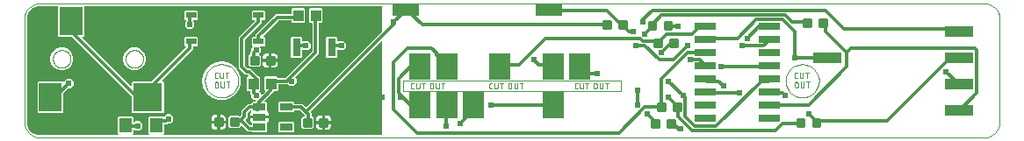
<source format=gtl>
G04 EAGLE Gerber RS-274X export*
G75*
%MOMM*%
%FSLAX34Y34*%
%LPD*%
%INTop Layer*%
%IPPOS*%
%AMOC8*
5,1,8,0,0,1.08239X$1,22.5*%
G01*
%ADD10C,0.001000*%
%ADD11C,0.050800*%
%ADD12R,2.032000X0.660400*%
%ADD13R,1.200000X1.400000*%
%ADD14R,1.000000X0.600000*%
%ADD15C,0.222250*%
%ADD16R,2.700000X1.000000*%
%ADD17R,2.540000X1.270000*%
%ADD18R,1.200000X0.690000*%
%ADD19C,0.000000*%
%ADD20R,2.200000X2.800000*%
%ADD21R,2.800000X2.800000*%
%ADD22R,2.159000X2.540000*%
%ADD23R,0.800000X1.700000*%
%ADD24R,1.000000X1.100000*%
%ADD25C,0.304800*%
%ADD26C,0.609600*%

G36*
X98651Y16485D02*
X98651Y16485D01*
X98723Y16487D01*
X98772Y16505D01*
X98823Y16513D01*
X98886Y16547D01*
X98954Y16572D01*
X98994Y16604D01*
X99040Y16629D01*
X99090Y16681D01*
X99146Y16725D01*
X99174Y16769D01*
X99210Y16807D01*
X99240Y16872D01*
X99279Y16932D01*
X99291Y16983D01*
X99313Y17030D01*
X99321Y17101D01*
X99339Y17171D01*
X99335Y17223D01*
X99340Y17274D01*
X99325Y17345D01*
X99320Y17416D01*
X99299Y17464D01*
X99288Y17515D01*
X99251Y17576D01*
X99223Y17642D01*
X99178Y17698D01*
X99162Y17726D01*
X99144Y17741D01*
X99118Y17773D01*
X98513Y18378D01*
X98513Y33642D01*
X99406Y34535D01*
X112670Y34535D01*
X113563Y33642D01*
X113563Y29351D01*
X113574Y29281D01*
X113576Y29209D01*
X113594Y29160D01*
X113602Y29109D01*
X113636Y29045D01*
X113661Y28978D01*
X113693Y28937D01*
X113718Y28891D01*
X113770Y28842D01*
X113814Y28786D01*
X113858Y28758D01*
X113896Y28722D01*
X113961Y28692D01*
X114021Y28653D01*
X114072Y28640D01*
X114119Y28618D01*
X114190Y28610D01*
X114260Y28593D01*
X114312Y28597D01*
X114363Y28591D01*
X114434Y28606D01*
X114505Y28612D01*
X114553Y28632D01*
X114604Y28643D01*
X114665Y28680D01*
X114731Y28708D01*
X114787Y28753D01*
X114815Y28770D01*
X114830Y28787D01*
X114862Y28813D01*
X115806Y29757D01*
X119594Y29757D01*
X122273Y27078D01*
X122273Y23290D01*
X119594Y20611D01*
X115806Y20611D01*
X114862Y21555D01*
X114804Y21597D01*
X114752Y21646D01*
X114705Y21668D01*
X114663Y21698D01*
X114594Y21720D01*
X114529Y21750D01*
X114477Y21755D01*
X114427Y21771D01*
X114356Y21769D01*
X114285Y21777D01*
X114234Y21766D01*
X114182Y21764D01*
X114114Y21740D01*
X114044Y21725D01*
X113999Y21698D01*
X113951Y21680D01*
X113895Y21635D01*
X113833Y21598D01*
X113799Y21559D01*
X113759Y21526D01*
X113720Y21466D01*
X113673Y21412D01*
X113654Y21363D01*
X113626Y21319D01*
X113608Y21250D01*
X113581Y21183D01*
X113573Y21112D01*
X113565Y21081D01*
X113567Y21058D01*
X113563Y21017D01*
X113563Y18378D01*
X112958Y17773D01*
X112916Y17715D01*
X112866Y17663D01*
X112844Y17616D01*
X112814Y17574D01*
X112793Y17505D01*
X112763Y17440D01*
X112757Y17388D01*
X112742Y17338D01*
X112744Y17267D01*
X112736Y17196D01*
X112747Y17145D01*
X112748Y17093D01*
X112773Y17025D01*
X112788Y16955D01*
X112815Y16910D01*
X112832Y16862D01*
X112877Y16806D01*
X112914Y16744D01*
X112954Y16710D01*
X112986Y16670D01*
X113046Y16631D01*
X113101Y16584D01*
X113149Y16565D01*
X113193Y16537D01*
X113263Y16519D01*
X113329Y16492D01*
X113400Y16484D01*
X113432Y16476D01*
X113455Y16478D01*
X113496Y16474D01*
X128580Y16474D01*
X128651Y16485D01*
X128723Y16487D01*
X128772Y16505D01*
X128823Y16513D01*
X128886Y16547D01*
X128954Y16572D01*
X128994Y16604D01*
X129040Y16629D01*
X129090Y16681D01*
X129146Y16725D01*
X129174Y16769D01*
X129210Y16807D01*
X129240Y16872D01*
X129279Y16932D01*
X129291Y16983D01*
X129313Y17030D01*
X129321Y17101D01*
X129339Y17171D01*
X129335Y17223D01*
X129340Y17274D01*
X129325Y17345D01*
X129320Y17416D01*
X129299Y17464D01*
X129288Y17515D01*
X129251Y17576D01*
X129223Y17642D01*
X129178Y17698D01*
X129162Y17726D01*
X129144Y17741D01*
X129118Y17773D01*
X128513Y18378D01*
X128513Y33642D01*
X129406Y34535D01*
X142740Y34535D01*
X142754Y34526D01*
X142854Y34500D01*
X142953Y34470D01*
X142973Y34470D01*
X142993Y34466D01*
X143095Y34474D01*
X143199Y34476D01*
X143218Y34483D01*
X143238Y34485D01*
X143333Y34525D01*
X143430Y34561D01*
X143446Y34573D01*
X143464Y34581D01*
X143595Y34686D01*
X145524Y36615D01*
X149312Y36615D01*
X151991Y33936D01*
X151991Y30148D01*
X149312Y27469D01*
X147472Y27469D01*
X147382Y27455D01*
X147291Y27447D01*
X147261Y27435D01*
X147229Y27430D01*
X147149Y27387D01*
X147065Y27351D01*
X147033Y27325D01*
X147012Y27314D01*
X146990Y27291D01*
X146934Y27246D01*
X146395Y26707D01*
X144324Y26707D01*
X144304Y26704D01*
X144285Y26706D01*
X144183Y26684D01*
X144081Y26668D01*
X144064Y26658D01*
X144044Y26654D01*
X143955Y26601D01*
X143864Y26552D01*
X143850Y26538D01*
X143833Y26528D01*
X143766Y26449D01*
X143694Y26374D01*
X143686Y26356D01*
X143673Y26341D01*
X143634Y26245D01*
X143591Y26151D01*
X143589Y26131D01*
X143581Y26113D01*
X143563Y25946D01*
X143563Y18378D01*
X142958Y17773D01*
X142916Y17715D01*
X142866Y17663D01*
X142844Y17616D01*
X142814Y17574D01*
X142793Y17505D01*
X142763Y17440D01*
X142757Y17388D01*
X142742Y17338D01*
X142744Y17267D01*
X142736Y17196D01*
X142747Y17145D01*
X142748Y17093D01*
X142773Y17025D01*
X142788Y16955D01*
X142815Y16910D01*
X142832Y16862D01*
X142877Y16806D01*
X142914Y16744D01*
X142954Y16710D01*
X142986Y16670D01*
X143046Y16631D01*
X143101Y16584D01*
X143149Y16565D01*
X143193Y16537D01*
X143263Y16519D01*
X143329Y16492D01*
X143400Y16484D01*
X143432Y16476D01*
X143455Y16478D01*
X143496Y16474D01*
X353000Y16474D01*
X353020Y16477D01*
X353039Y16475D01*
X353141Y16497D01*
X353243Y16513D01*
X353260Y16523D01*
X353280Y16527D01*
X353369Y16580D01*
X353460Y16629D01*
X353474Y16643D01*
X353491Y16653D01*
X353558Y16732D01*
X353630Y16807D01*
X353638Y16825D01*
X353651Y16840D01*
X353690Y16936D01*
X353733Y17030D01*
X353735Y17050D01*
X353743Y17068D01*
X353761Y17235D01*
X353761Y106506D01*
X353750Y106577D01*
X353748Y106648D01*
X353730Y106697D01*
X353722Y106749D01*
X353688Y106812D01*
X353663Y106879D01*
X353631Y106920D01*
X353606Y106966D01*
X353555Y107015D01*
X353510Y107071D01*
X353466Y107100D01*
X353428Y107135D01*
X353363Y107166D01*
X353303Y107204D01*
X353252Y107217D01*
X353205Y107239D01*
X353134Y107247D01*
X353064Y107264D01*
X353012Y107260D01*
X352961Y107266D01*
X352890Y107251D01*
X352819Y107245D01*
X352771Y107225D01*
X352720Y107214D01*
X352659Y107177D01*
X352593Y107149D01*
X352537Y107104D01*
X352509Y107088D01*
X352494Y107070D01*
X352462Y107044D01*
X284856Y39438D01*
X284844Y39422D01*
X284829Y39410D01*
X284773Y39322D01*
X284712Y39239D01*
X284706Y39220D01*
X284696Y39203D01*
X284670Y39102D01*
X284640Y39003D01*
X284640Y38984D01*
X284636Y38964D01*
X284644Y38861D01*
X284646Y38758D01*
X284653Y38739D01*
X284655Y38719D01*
X284695Y38624D01*
X284731Y38527D01*
X284743Y38511D01*
X284751Y38493D01*
X284856Y38362D01*
X285341Y37877D01*
X285341Y35343D01*
X285344Y35323D01*
X285342Y35304D01*
X285364Y35202D01*
X285380Y35100D01*
X285390Y35083D01*
X285394Y35063D01*
X285447Y34974D01*
X285496Y34883D01*
X285510Y34869D01*
X285520Y34852D01*
X285599Y34785D01*
X285674Y34713D01*
X285692Y34705D01*
X285707Y34692D01*
X285803Y34653D01*
X285897Y34610D01*
X285917Y34608D01*
X285935Y34600D01*
X286102Y34582D01*
X286152Y34582D01*
X287696Y33038D01*
X287696Y24186D01*
X286152Y22642D01*
X277300Y22642D01*
X275756Y24186D01*
X275756Y33038D01*
X277300Y34582D01*
X278175Y34582D01*
X278246Y34593D01*
X278317Y34595D01*
X278366Y34613D01*
X278418Y34621D01*
X278481Y34655D01*
X278548Y34680D01*
X278589Y34712D01*
X278635Y34737D01*
X278684Y34789D01*
X278740Y34833D01*
X278769Y34877D01*
X278804Y34915D01*
X278835Y34980D01*
X278873Y35040D01*
X278886Y35091D01*
X278908Y35138D01*
X278916Y35209D01*
X278933Y35279D01*
X278929Y35331D01*
X278935Y35382D01*
X278920Y35453D01*
X278914Y35524D01*
X278894Y35572D01*
X278883Y35623D01*
X278846Y35684D01*
X278818Y35750D01*
X278773Y35806D01*
X278757Y35834D01*
X278739Y35849D01*
X278713Y35881D01*
X276734Y37860D01*
X274394Y40200D01*
X274320Y40253D01*
X274251Y40313D01*
X274221Y40325D01*
X274194Y40344D01*
X274107Y40371D01*
X274023Y40405D01*
X273982Y40409D01*
X273959Y40416D01*
X273927Y40415D01*
X273856Y40423D01*
X269513Y40423D01*
X269493Y40420D01*
X269474Y40422D01*
X269372Y40400D01*
X269270Y40384D01*
X269253Y40374D01*
X269233Y40370D01*
X269144Y40317D01*
X269053Y40268D01*
X269039Y40254D01*
X269022Y40244D01*
X268955Y40165D01*
X268883Y40090D01*
X268875Y40072D01*
X268862Y40057D01*
X268823Y39961D01*
X268780Y39867D01*
X268778Y39847D01*
X268770Y39829D01*
X268752Y39662D01*
X268752Y39310D01*
X267859Y38417D01*
X254595Y38417D01*
X253702Y39310D01*
X253702Y47474D01*
X254595Y48367D01*
X267859Y48367D01*
X268752Y47474D01*
X268752Y47282D01*
X268755Y47262D01*
X268753Y47243D01*
X268775Y47141D01*
X268791Y47039D01*
X268801Y47022D01*
X268805Y47002D01*
X268858Y46913D01*
X268907Y46822D01*
X268921Y46808D01*
X268931Y46791D01*
X269010Y46724D01*
X269085Y46652D01*
X269103Y46644D01*
X269118Y46631D01*
X269214Y46592D01*
X269308Y46549D01*
X269328Y46547D01*
X269346Y46539D01*
X269513Y46521D01*
X276697Y46521D01*
X279468Y43750D01*
X279484Y43738D01*
X279496Y43723D01*
X279584Y43667D01*
X279667Y43606D01*
X279686Y43600D01*
X279703Y43590D01*
X279804Y43564D01*
X279903Y43534D01*
X279922Y43534D01*
X279942Y43530D01*
X280045Y43538D01*
X280148Y43540D01*
X280167Y43547D01*
X280187Y43549D01*
X280282Y43589D01*
X280379Y43625D01*
X280395Y43637D01*
X280413Y43645D01*
X280544Y43750D01*
X353538Y116744D01*
X353591Y116818D01*
X353651Y116887D01*
X353663Y116917D01*
X353682Y116944D01*
X353709Y117031D01*
X353743Y117115D01*
X353747Y117156D01*
X353754Y117179D01*
X353753Y117211D01*
X353761Y117282D01*
X353761Y140621D01*
X353758Y140641D01*
X353760Y140660D01*
X353738Y140762D01*
X353722Y140864D01*
X353712Y140881D01*
X353708Y140901D01*
X353655Y140990D01*
X353606Y141081D01*
X353592Y141095D01*
X353582Y141112D01*
X353503Y141179D01*
X353428Y141251D01*
X353410Y141259D01*
X353395Y141272D01*
X353299Y141311D01*
X353205Y141354D01*
X353185Y141356D01*
X353167Y141364D01*
X353000Y141382D01*
X66886Y141382D01*
X66866Y141379D01*
X66847Y141381D01*
X66745Y141359D01*
X66643Y141343D01*
X66626Y141333D01*
X66606Y141329D01*
X66517Y141276D01*
X66426Y141227D01*
X66412Y141213D01*
X66395Y141203D01*
X66328Y141124D01*
X66256Y141049D01*
X66248Y141031D01*
X66235Y141016D01*
X66196Y140920D01*
X66153Y140826D01*
X66151Y140806D01*
X66143Y140788D01*
X66125Y140621D01*
X66125Y112368D01*
X65232Y111475D01*
X64990Y111475D01*
X64919Y111464D01*
X64848Y111462D01*
X64799Y111444D01*
X64747Y111436D01*
X64684Y111402D01*
X64617Y111377D01*
X64576Y111345D01*
X64530Y111320D01*
X64481Y111269D01*
X64425Y111224D01*
X64396Y111180D01*
X64361Y111142D01*
X64330Y111077D01*
X64292Y111017D01*
X64279Y110966D01*
X64257Y110919D01*
X64249Y110848D01*
X64232Y110778D01*
X64236Y110726D01*
X64230Y110675D01*
X64245Y110604D01*
X64251Y110533D01*
X64271Y110485D01*
X64282Y110434D01*
X64319Y110373D01*
X64347Y110307D01*
X64392Y110251D01*
X64408Y110223D01*
X64426Y110208D01*
X64452Y110176D01*
X110776Y63852D01*
X110834Y63810D01*
X110886Y63761D01*
X110933Y63739D01*
X110975Y63708D01*
X111044Y63687D01*
X111109Y63657D01*
X111161Y63651D01*
X111211Y63636D01*
X111282Y63638D01*
X111353Y63630D01*
X111404Y63641D01*
X111456Y63642D01*
X111524Y63667D01*
X111594Y63682D01*
X111638Y63709D01*
X111687Y63727D01*
X111743Y63772D01*
X111805Y63808D01*
X111839Y63848D01*
X111879Y63880D01*
X111918Y63941D01*
X111965Y63995D01*
X111984Y64044D01*
X112012Y64087D01*
X112030Y64157D01*
X112057Y64223D01*
X112065Y64295D01*
X112073Y64326D01*
X112071Y64349D01*
X112075Y64390D01*
X112075Y67632D01*
X112968Y68525D01*
X131268Y68525D01*
X131358Y68539D01*
X131449Y68547D01*
X131479Y68559D01*
X131511Y68564D01*
X131591Y68607D01*
X131675Y68643D01*
X131707Y68669D01*
X131728Y68680D01*
X131750Y68703D01*
X131806Y68748D01*
X164092Y101034D01*
X164134Y101092D01*
X164183Y101144D01*
X164205Y101191D01*
X164236Y101233D01*
X164257Y101302D01*
X164287Y101367D01*
X164293Y101419D01*
X164308Y101469D01*
X164306Y101540D01*
X164314Y101611D01*
X164303Y101662D01*
X164302Y101714D01*
X164277Y101782D01*
X164262Y101852D01*
X164235Y101897D01*
X164217Y101945D01*
X164172Y102001D01*
X164136Y102063D01*
X164096Y102097D01*
X164064Y102137D01*
X164003Y102176D01*
X163949Y102223D01*
X163900Y102242D01*
X163857Y102270D01*
X163787Y102288D01*
X163741Y102307D01*
X162821Y103226D01*
X162821Y110490D01*
X163714Y111383D01*
X174978Y111383D01*
X175871Y110490D01*
X175871Y103226D01*
X174978Y102333D01*
X171802Y102333D01*
X171782Y102330D01*
X171763Y102332D01*
X171661Y102310D01*
X171559Y102294D01*
X171542Y102284D01*
X171522Y102280D01*
X171433Y102227D01*
X171342Y102178D01*
X171328Y102164D01*
X171311Y102154D01*
X171244Y102075D01*
X171172Y102000D01*
X171164Y101982D01*
X171151Y101967D01*
X171112Y101871D01*
X171069Y101777D01*
X171067Y101757D01*
X171059Y101739D01*
X171041Y101572D01*
X171041Y99359D01*
X141506Y69824D01*
X141464Y69766D01*
X141415Y69714D01*
X141393Y69667D01*
X141362Y69625D01*
X141341Y69556D01*
X141311Y69491D01*
X141305Y69439D01*
X141290Y69389D01*
X141292Y69318D01*
X141284Y69247D01*
X141295Y69196D01*
X141296Y69144D01*
X141321Y69076D01*
X141336Y69006D01*
X141363Y68961D01*
X141381Y68913D01*
X141426Y68857D01*
X141462Y68795D01*
X141502Y68761D01*
X141534Y68721D01*
X141595Y68682D01*
X141649Y68635D01*
X141698Y68616D01*
X141741Y68588D01*
X141811Y68570D01*
X141877Y68543D01*
X141949Y68535D01*
X141980Y68527D01*
X142003Y68529D01*
X142044Y68525D01*
X142232Y68525D01*
X143125Y67632D01*
X143125Y38368D01*
X142232Y37475D01*
X112968Y37475D01*
X112075Y38368D01*
X112075Y53614D01*
X112061Y53704D01*
X112053Y53795D01*
X112041Y53825D01*
X112036Y53857D01*
X111993Y53937D01*
X111957Y54021D01*
X111931Y54053D01*
X111920Y54074D01*
X111897Y54096D01*
X111852Y54152D01*
X54752Y111252D01*
X54678Y111305D01*
X54609Y111365D01*
X54579Y111377D01*
X54552Y111396D01*
X54465Y111423D01*
X54381Y111457D01*
X54340Y111461D01*
X54317Y111468D01*
X54285Y111467D01*
X54214Y111475D01*
X41968Y111475D01*
X41075Y112368D01*
X41075Y140621D01*
X41072Y140641D01*
X41074Y140660D01*
X41052Y140762D01*
X41036Y140864D01*
X41026Y140881D01*
X41022Y140901D01*
X40969Y140990D01*
X40920Y141081D01*
X40906Y141095D01*
X40896Y141112D01*
X40817Y141179D01*
X40742Y141251D01*
X40724Y141259D01*
X40709Y141272D01*
X40613Y141311D01*
X40519Y141354D01*
X40499Y141356D01*
X40481Y141364D01*
X40314Y141382D01*
X23799Y141382D01*
X23772Y141378D01*
X23722Y141378D01*
X21192Y141121D01*
X21171Y141115D01*
X21043Y141090D01*
X18846Y140406D01*
X18824Y140395D01*
X18708Y140347D01*
X16714Y139261D01*
X16693Y139245D01*
X16593Y139180D01*
X14848Y137738D01*
X14830Y137718D01*
X14746Y137636D01*
X13304Y135891D01*
X13291Y135868D01*
X13223Y135770D01*
X12137Y133776D01*
X12129Y133753D01*
X12078Y133638D01*
X11394Y131441D01*
X11391Y131420D01*
X11363Y131292D01*
X11106Y128762D01*
X11107Y128735D01*
X11102Y128685D01*
X11102Y29171D01*
X11106Y29144D01*
X11106Y29094D01*
X11363Y26564D01*
X11369Y26543D01*
X11394Y26415D01*
X12078Y24218D01*
X12089Y24196D01*
X12137Y24080D01*
X13223Y22086D01*
X13239Y22065D01*
X13304Y21965D01*
X14746Y20220D01*
X14766Y20202D01*
X14848Y20118D01*
X16593Y18676D01*
X16616Y18663D01*
X16714Y18595D01*
X18708Y17509D01*
X18731Y17501D01*
X18846Y17450D01*
X21043Y16766D01*
X21064Y16763D01*
X21192Y16735D01*
X23722Y16478D01*
X23749Y16479D01*
X23799Y16474D01*
X98580Y16474D01*
X98651Y16485D01*
G37*
%LPC*%
G36*
X228593Y19417D02*
X228593Y19417D01*
X228384Y19626D01*
X228310Y19679D01*
X228241Y19739D01*
X228211Y19751D01*
X228185Y19770D01*
X228098Y19797D01*
X228013Y19831D01*
X227972Y19835D01*
X227950Y19842D01*
X227917Y19841D01*
X227846Y19849D01*
X223879Y19849D01*
X221870Y21858D01*
X218273Y25455D01*
X218215Y25497D01*
X218163Y25546D01*
X218116Y25568D01*
X218074Y25599D01*
X218005Y25620D01*
X217940Y25650D01*
X217888Y25656D01*
X217838Y25671D01*
X217767Y25669D01*
X217696Y25677D01*
X217645Y25666D01*
X217593Y25665D01*
X217525Y25640D01*
X217455Y25625D01*
X217410Y25598D01*
X217362Y25580D01*
X217306Y25535D01*
X217244Y25499D01*
X217210Y25459D01*
X217170Y25427D01*
X217131Y25366D01*
X217084Y25312D01*
X217065Y25263D01*
X217037Y25220D01*
X217019Y25150D01*
X216992Y25084D01*
X216984Y25012D01*
X216976Y24981D01*
X216978Y24958D01*
X216974Y24917D01*
X216974Y24606D01*
X215430Y23062D01*
X206578Y23062D01*
X205034Y24606D01*
X205034Y33458D01*
X206578Y35002D01*
X215430Y35002D01*
X215643Y34789D01*
X215659Y34777D01*
X215671Y34762D01*
X215758Y34706D01*
X215842Y34645D01*
X215861Y34639D01*
X215878Y34629D01*
X215978Y34603D01*
X216077Y34573D01*
X216097Y34573D01*
X216117Y34568D01*
X216220Y34577D01*
X216323Y34579D01*
X216342Y34586D01*
X216362Y34588D01*
X216457Y34628D01*
X216554Y34664D01*
X216570Y34676D01*
X216588Y34684D01*
X216719Y34789D01*
X217298Y35368D01*
X217352Y35442D01*
X217411Y35511D01*
X217423Y35541D01*
X217442Y35568D01*
X217469Y35655D01*
X217503Y35739D01*
X217507Y35780D01*
X217514Y35803D01*
X217513Y35835D01*
X217521Y35906D01*
X217521Y40163D01*
X223879Y46521D01*
X226939Y46521D01*
X226959Y46524D01*
X226978Y46522D01*
X227080Y46544D01*
X227182Y46560D01*
X227199Y46570D01*
X227219Y46574D01*
X227308Y46627D01*
X227399Y46676D01*
X227413Y46690D01*
X227430Y46700D01*
X227497Y46779D01*
X227569Y46854D01*
X227577Y46872D01*
X227590Y46887D01*
X227629Y46983D01*
X227672Y47077D01*
X227674Y47097D01*
X227682Y47115D01*
X227700Y47282D01*
X227700Y47474D01*
X228593Y48367D01*
X229982Y48367D01*
X230072Y48381D01*
X230163Y48389D01*
X230193Y48401D01*
X230225Y48406D01*
X230305Y48449D01*
X230389Y48485D01*
X230421Y48511D01*
X230442Y48522D01*
X230464Y48545D01*
X230520Y48590D01*
X230960Y49030D01*
X230961Y49031D01*
X230962Y49031D01*
X231003Y49089D01*
X231051Y49140D01*
X231073Y49187D01*
X231104Y49229D01*
X231104Y49230D01*
X231105Y49231D01*
X231125Y49299D01*
X231155Y49363D01*
X231161Y49415D01*
X231176Y49465D01*
X231176Y49467D01*
X231174Y49537D01*
X231182Y49607D01*
X231171Y49659D01*
X231170Y49710D01*
X231169Y49711D01*
X231169Y49713D01*
X231145Y49779D01*
X231130Y49848D01*
X231103Y49893D01*
X231085Y49941D01*
X231085Y49942D01*
X231084Y49943D01*
X231040Y49998D01*
X231004Y50059D01*
X230964Y50093D01*
X230931Y50133D01*
X230931Y50134D01*
X230930Y50135D01*
X230870Y50173D01*
X230817Y50219D01*
X230768Y50238D01*
X230725Y50266D01*
X230724Y50267D01*
X230723Y50267D01*
X230654Y50284D01*
X230589Y50311D01*
X230517Y50319D01*
X230486Y50327D01*
X230485Y50326D01*
X230484Y50327D01*
X230461Y50325D01*
X230422Y50329D01*
X230106Y50329D01*
X227427Y53008D01*
X227427Y54848D01*
X227413Y54938D01*
X227405Y55029D01*
X227393Y55059D01*
X227388Y55091D01*
X227345Y55171D01*
X227309Y55255D01*
X227283Y55287D01*
X227272Y55308D01*
X227249Y55330D01*
X227204Y55386D01*
X226665Y55925D01*
X226665Y58214D01*
X226662Y58234D01*
X226664Y58253D01*
X226642Y58355D01*
X226626Y58457D01*
X226616Y58474D01*
X226612Y58494D01*
X226559Y58583D01*
X226510Y58674D01*
X226496Y58688D01*
X226486Y58705D01*
X226407Y58772D01*
X226332Y58844D01*
X226314Y58852D01*
X226299Y58865D01*
X226203Y58904D01*
X226109Y58947D01*
X226089Y58949D01*
X226071Y58957D01*
X225904Y58975D01*
X223868Y58975D01*
X222975Y59868D01*
X222975Y72132D01*
X223887Y73044D01*
X223921Y73056D01*
X223973Y73064D01*
X224036Y73098D01*
X224103Y73123D01*
X224144Y73155D01*
X224190Y73180D01*
X224239Y73232D01*
X224295Y73276D01*
X224324Y73320D01*
X224359Y73358D01*
X224390Y73423D01*
X224428Y73483D01*
X224441Y73534D01*
X224463Y73581D01*
X224471Y73652D01*
X224488Y73722D01*
X224484Y73774D01*
X224490Y73825D01*
X224475Y73896D01*
X224469Y73967D01*
X224449Y74015D01*
X224438Y74066D01*
X224401Y74127D01*
X224373Y74193D01*
X224328Y74249D01*
X224312Y74277D01*
X224294Y74292D01*
X224268Y74324D01*
X224102Y74490D01*
X224028Y74544D01*
X223959Y74603D01*
X223929Y74615D01*
X223902Y74634D01*
X223815Y74661D01*
X223731Y74695D01*
X223690Y74699D01*
X223667Y74706D01*
X223635Y74705D01*
X223564Y74713D01*
X221593Y74713D01*
X215235Y81071D01*
X215235Y111029D01*
X217244Y113038D01*
X230640Y126434D01*
X230682Y126492D01*
X230731Y126544D01*
X230753Y126591D01*
X230784Y126633D01*
X230805Y126702D01*
X230835Y126767D01*
X230841Y126819D01*
X230856Y126869D01*
X230854Y126940D01*
X230862Y127011D01*
X230851Y127062D01*
X230850Y127114D01*
X230825Y127182D01*
X230810Y127252D01*
X230783Y127297D01*
X230765Y127345D01*
X230720Y127401D01*
X230684Y127463D01*
X230644Y127497D01*
X230612Y127537D01*
X230551Y127576D01*
X230497Y127623D01*
X230448Y127642D01*
X230405Y127670D01*
X230335Y127688D01*
X230269Y127715D01*
X230197Y127723D01*
X230166Y127731D01*
X230143Y127729D01*
X230102Y127733D01*
X228514Y127733D01*
X227621Y128626D01*
X227621Y135890D01*
X228514Y136783D01*
X239778Y136783D01*
X240671Y135890D01*
X240671Y128626D01*
X239778Y127733D01*
X238096Y127733D01*
X238076Y127730D01*
X238057Y127732D01*
X237955Y127710D01*
X237853Y127694D01*
X237836Y127684D01*
X237816Y127680D01*
X237727Y127627D01*
X237636Y127578D01*
X237622Y127564D01*
X237605Y127554D01*
X237538Y127475D01*
X237466Y127400D01*
X237458Y127382D01*
X237445Y127367D01*
X237406Y127271D01*
X237363Y127177D01*
X237361Y127157D01*
X237353Y127139D01*
X237335Y126972D01*
X237335Y124505D01*
X221556Y108726D01*
X221503Y108652D01*
X221443Y108583D01*
X221431Y108553D01*
X221412Y108526D01*
X221385Y108439D01*
X221351Y108355D01*
X221347Y108314D01*
X221340Y108291D01*
X221341Y108259D01*
X221333Y108188D01*
X221333Y83912D01*
X221347Y83822D01*
X221355Y83731D01*
X221367Y83701D01*
X221372Y83669D01*
X221415Y83589D01*
X221451Y83505D01*
X221477Y83473D01*
X221488Y83452D01*
X221511Y83430D01*
X221556Y83374D01*
X223896Y81034D01*
X223970Y80981D01*
X224039Y80921D01*
X224069Y80909D01*
X224096Y80890D01*
X224183Y80863D01*
X224267Y80829D01*
X224308Y80825D01*
X224331Y80818D01*
X224363Y80819D01*
X224434Y80811D01*
X226405Y80811D01*
X233968Y73248D01*
X234042Y73195D01*
X234111Y73135D01*
X234141Y73123D01*
X234168Y73104D01*
X234255Y73077D01*
X234339Y73043D01*
X234380Y73039D01*
X234403Y73032D01*
X234435Y73033D01*
X234506Y73025D01*
X235132Y73025D01*
X236025Y72132D01*
X236025Y59868D01*
X235301Y59145D01*
X235289Y59128D01*
X235274Y59116D01*
X235218Y59029D01*
X235157Y58945D01*
X235151Y58926D01*
X235141Y58909D01*
X235115Y58809D01*
X235085Y58710D01*
X235085Y58690D01*
X235081Y58670D01*
X235089Y58568D01*
X235091Y58464D01*
X235098Y58445D01*
X235100Y58425D01*
X235140Y58330D01*
X235176Y58233D01*
X235188Y58217D01*
X235196Y58199D01*
X235301Y58068D01*
X236573Y56796D01*
X236573Y56480D01*
X236584Y56409D01*
X236586Y56338D01*
X236604Y56289D01*
X236612Y56237D01*
X236646Y56174D01*
X236671Y56107D01*
X236703Y56066D01*
X236728Y56020D01*
X236779Y55971D01*
X236824Y55915D01*
X236868Y55886D01*
X236906Y55851D01*
X236971Y55820D01*
X237031Y55782D01*
X237082Y55769D01*
X237129Y55747D01*
X237200Y55739D01*
X237270Y55722D01*
X237322Y55726D01*
X237373Y55720D01*
X237444Y55735D01*
X237515Y55741D01*
X237563Y55761D01*
X237614Y55772D01*
X237675Y55809D01*
X237741Y55837D01*
X237797Y55882D01*
X237825Y55898D01*
X237840Y55916D01*
X237872Y55942D01*
X240349Y58418D01*
X240360Y58435D01*
X240376Y58447D01*
X240432Y58534D01*
X240492Y58618D01*
X240498Y58637D01*
X240509Y58654D01*
X240534Y58754D01*
X240565Y58853D01*
X240564Y58873D01*
X240569Y58892D01*
X240561Y58995D01*
X240558Y59099D01*
X240551Y59118D01*
X240550Y59138D01*
X240510Y59233D01*
X240474Y59330D01*
X240461Y59346D01*
X240454Y59364D01*
X240349Y59495D01*
X239975Y59868D01*
X239975Y72132D01*
X240868Y73025D01*
X252132Y73025D01*
X253170Y71987D01*
X253180Y71968D01*
X253194Y71954D01*
X253204Y71937D01*
X253283Y71870D01*
X253358Y71798D01*
X253376Y71790D01*
X253391Y71777D01*
X253487Y71738D01*
X253581Y71695D01*
X253601Y71693D01*
X253619Y71685D01*
X253786Y71667D01*
X260140Y71667D01*
X260230Y71681D01*
X260321Y71689D01*
X260351Y71701D01*
X260383Y71706D01*
X260463Y71749D01*
X260547Y71785D01*
X260579Y71811D01*
X260600Y71822D01*
X260622Y71845D01*
X260678Y71890D01*
X285878Y97090D01*
X285931Y97164D01*
X285991Y97233D01*
X286003Y97263D01*
X286022Y97290D01*
X286049Y97377D01*
X286083Y97461D01*
X286087Y97502D01*
X286094Y97525D01*
X286093Y97557D01*
X286101Y97628D01*
X286101Y124214D01*
X286098Y124234D01*
X286100Y124253D01*
X286078Y124355D01*
X286062Y124457D01*
X286052Y124474D01*
X286048Y124494D01*
X285995Y124583D01*
X285946Y124674D01*
X285932Y124688D01*
X285922Y124705D01*
X285843Y124772D01*
X285768Y124844D01*
X285750Y124852D01*
X285735Y124865D01*
X285639Y124904D01*
X285545Y124947D01*
X285525Y124949D01*
X285507Y124957D01*
X285340Y124975D01*
X283868Y124975D01*
X282975Y125868D01*
X282975Y138132D01*
X283868Y139025D01*
X295132Y139025D01*
X296025Y138132D01*
X296025Y125868D01*
X295132Y124975D01*
X292960Y124975D01*
X292940Y124972D01*
X292921Y124974D01*
X292819Y124952D01*
X292717Y124936D01*
X292700Y124926D01*
X292680Y124922D01*
X292591Y124869D01*
X292500Y124820D01*
X292486Y124806D01*
X292469Y124796D01*
X292402Y124717D01*
X292330Y124642D01*
X292322Y124624D01*
X292309Y124609D01*
X292270Y124513D01*
X292227Y124419D01*
X292225Y124399D01*
X292217Y124381D01*
X292199Y124214D01*
X292199Y94787D01*
X269931Y72520D01*
X269920Y72504D01*
X269904Y72491D01*
X269848Y72404D01*
X269788Y72320D01*
X269782Y72301D01*
X269771Y72284D01*
X269746Y72184D01*
X269716Y72085D01*
X269716Y72065D01*
X269711Y72046D01*
X269719Y71943D01*
X269722Y71839D01*
X269729Y71820D01*
X269730Y71801D01*
X269771Y71706D01*
X269806Y71608D01*
X269819Y71593D01*
X269827Y71574D01*
X269931Y71443D01*
X270863Y70512D01*
X270863Y66724D01*
X268184Y64045D01*
X264396Y64045D01*
X263095Y65346D01*
X263021Y65399D01*
X262951Y65459D01*
X262921Y65471D01*
X262895Y65490D01*
X262808Y65517D01*
X262723Y65551D01*
X262682Y65555D01*
X262660Y65562D01*
X262628Y65561D01*
X262557Y65569D01*
X253786Y65569D01*
X253766Y65566D01*
X253747Y65568D01*
X253645Y65546D01*
X253543Y65530D01*
X253526Y65520D01*
X253506Y65516D01*
X253417Y65463D01*
X253326Y65414D01*
X253312Y65400D01*
X253295Y65390D01*
X253228Y65311D01*
X253156Y65236D01*
X253148Y65218D01*
X253135Y65203D01*
X253096Y65107D01*
X253053Y65013D01*
X253051Y64993D01*
X253043Y64975D01*
X253025Y64808D01*
X253025Y59868D01*
X252132Y58975D01*
X249526Y58975D01*
X249506Y58972D01*
X249487Y58974D01*
X249385Y58952D01*
X249283Y58936D01*
X249266Y58926D01*
X249246Y58922D01*
X249157Y58869D01*
X249066Y58820D01*
X249052Y58806D01*
X249035Y58796D01*
X248968Y58717D01*
X248896Y58642D01*
X248888Y58624D01*
X248875Y58609D01*
X248836Y58513D01*
X248793Y58419D01*
X248791Y58399D01*
X248783Y58381D01*
X248765Y58214D01*
X248765Y58211D01*
X240220Y49666D01*
X240178Y49608D01*
X240129Y49556D01*
X240107Y49509D01*
X240076Y49467D01*
X240055Y49398D01*
X240025Y49333D01*
X240019Y49281D01*
X240004Y49231D01*
X240006Y49160D01*
X239998Y49089D01*
X240009Y49038D01*
X240010Y48986D01*
X240035Y48918D01*
X240050Y48848D01*
X240077Y48803D01*
X240095Y48755D01*
X240140Y48699D01*
X240176Y48637D01*
X240216Y48603D01*
X240248Y48563D01*
X240309Y48524D01*
X240363Y48477D01*
X240412Y48458D01*
X240455Y48430D01*
X240525Y48412D01*
X240591Y48385D01*
X240663Y48377D01*
X240694Y48369D01*
X240717Y48371D01*
X240758Y48367D01*
X241857Y48367D01*
X242750Y47474D01*
X242750Y39726D01*
X242764Y39636D01*
X242772Y39545D01*
X242784Y39515D01*
X242789Y39483D01*
X242832Y39402D01*
X242868Y39318D01*
X242894Y39286D01*
X242905Y39266D01*
X242928Y39243D01*
X242973Y39187D01*
X243258Y38902D01*
X243593Y38323D01*
X243766Y37676D01*
X243766Y35415D01*
X235987Y35415D01*
X235967Y35412D01*
X235948Y35414D01*
X235846Y35392D01*
X235744Y35375D01*
X235727Y35366D01*
X235707Y35362D01*
X235618Y35309D01*
X235527Y35260D01*
X235513Y35246D01*
X235496Y35236D01*
X235429Y35157D01*
X235358Y35082D01*
X235349Y35064D01*
X235336Y35049D01*
X235297Y34953D01*
X235254Y34859D01*
X235252Y34839D01*
X235244Y34821D01*
X235226Y34654D01*
X235226Y33130D01*
X235229Y33110D01*
X235227Y33091D01*
X235249Y32989D01*
X235266Y32887D01*
X235275Y32870D01*
X235279Y32850D01*
X235332Y32761D01*
X235381Y32670D01*
X235395Y32656D01*
X235405Y32639D01*
X235484Y32572D01*
X235559Y32501D01*
X235577Y32492D01*
X235592Y32479D01*
X235688Y32440D01*
X235782Y32397D01*
X235802Y32395D01*
X235820Y32387D01*
X235987Y32369D01*
X243766Y32369D01*
X243766Y30108D01*
X243593Y29461D01*
X243258Y28882D01*
X242973Y28597D01*
X242920Y28523D01*
X242860Y28453D01*
X242848Y28423D01*
X242829Y28397D01*
X242802Y28310D01*
X242768Y28225D01*
X242764Y28184D01*
X242757Y28162D01*
X242758Y28130D01*
X242750Y28058D01*
X242750Y20310D01*
X241857Y19417D01*
X228593Y19417D01*
G37*
%LPD*%
%LPC*%
G36*
X198632Y50312D02*
X198632Y50312D01*
X198611Y50310D01*
X198480Y50312D01*
X197759Y50239D01*
X197716Y50274D01*
X197702Y50282D01*
X197690Y50294D01*
X197596Y50344D01*
X197504Y50397D01*
X197487Y50400D01*
X197472Y50408D01*
X197308Y50443D01*
X196174Y50555D01*
X196157Y50554D01*
X196140Y50557D01*
X196035Y50546D01*
X195928Y50539D01*
X195913Y50532D01*
X195896Y50531D01*
X195740Y50468D01*
X195669Y50430D01*
X194922Y50662D01*
X194903Y50665D01*
X194771Y50693D01*
X194025Y50766D01*
X193979Y50822D01*
X193968Y50832D01*
X193960Y50845D01*
X193876Y50913D01*
X193795Y50985D01*
X193781Y50991D01*
X193769Y51001D01*
X193615Y51068D01*
X192639Y51371D01*
X192620Y51374D01*
X192603Y51381D01*
X192499Y51391D01*
X192396Y51405D01*
X192377Y51401D01*
X192358Y51403D01*
X192193Y51372D01*
X192114Y51348D01*
X191422Y51724D01*
X191403Y51731D01*
X191279Y51784D01*
X190556Y52003D01*
X190523Y52066D01*
X190513Y52079D01*
X190507Y52095D01*
X190439Y52177D01*
X190375Y52262D01*
X190361Y52271D01*
X190351Y52284D01*
X190213Y52380D01*
X189325Y52862D01*
X189306Y52869D01*
X189291Y52880D01*
X189191Y52909D01*
X189092Y52943D01*
X189073Y52943D01*
X189055Y52949D01*
X188887Y52951D01*
X188823Y52945D01*
X188235Y53430D01*
X188216Y53441D01*
X188110Y53514D01*
X187446Y53869D01*
X187428Y53927D01*
X187420Y53944D01*
X187417Y53962D01*
X187367Y54054D01*
X187321Y54149D01*
X187308Y54162D01*
X187300Y54178D01*
X187183Y54298D01*
X186368Y54971D01*
X186352Y54980D01*
X186339Y54994D01*
X186246Y55042D01*
X186155Y55095D01*
X186137Y55098D01*
X186120Y55107D01*
X185956Y55141D01*
X185910Y55146D01*
X185446Y55712D01*
X185428Y55728D01*
X185340Y55818D01*
X184774Y56282D01*
X184769Y56328D01*
X184765Y56346D01*
X184765Y56365D01*
X184733Y56465D01*
X184707Y56566D01*
X184696Y56582D01*
X184691Y56600D01*
X184599Y56740D01*
X183926Y57555D01*
X183913Y57567D01*
X183903Y57582D01*
X183820Y57647D01*
X183741Y57717D01*
X183724Y57724D01*
X183710Y57735D01*
X183555Y57800D01*
X183497Y57818D01*
X183142Y58482D01*
X183128Y58499D01*
X183058Y58607D01*
X182573Y59195D01*
X182579Y59259D01*
X182578Y59278D01*
X182582Y59297D01*
X182570Y59400D01*
X182563Y59504D01*
X182556Y59522D01*
X182554Y59541D01*
X182490Y59697D01*
X182008Y60585D01*
X181998Y60598D01*
X181992Y60614D01*
X181923Y60695D01*
X181857Y60779D01*
X181843Y60789D01*
X181832Y60801D01*
X181694Y60895D01*
X181631Y60928D01*
X181412Y61651D01*
X181404Y61666D01*
X181404Y61667D01*
X181403Y61670D01*
X181352Y61794D01*
X180976Y62486D01*
X181000Y62565D01*
X181003Y62584D01*
X181010Y62601D01*
X181019Y62705D01*
X181033Y62808D01*
X181029Y62827D01*
X181031Y62847D01*
X180999Y63011D01*
X180696Y63987D01*
X180689Y64001D01*
X180686Y64016D01*
X180634Y64111D01*
X180586Y64207D01*
X180575Y64218D01*
X180568Y64232D01*
X180450Y64351D01*
X180394Y64397D01*
X180321Y65143D01*
X180316Y65162D01*
X180290Y65294D01*
X180058Y66041D01*
X180096Y66112D01*
X180102Y66128D01*
X180111Y66142D01*
X180141Y66244D01*
X180176Y66345D01*
X180176Y66362D01*
X180181Y66378D01*
X180183Y66546D01*
X180071Y67680D01*
X180067Y67696D01*
X180067Y67713D01*
X180035Y67815D01*
X180008Y67918D01*
X179998Y67932D01*
X179993Y67948D01*
X179902Y68088D01*
X179867Y68131D01*
X179940Y68852D01*
X179938Y68873D01*
X179940Y69004D01*
X179867Y69725D01*
X179902Y69768D01*
X179910Y69782D01*
X179922Y69794D01*
X179972Y69888D01*
X180025Y69980D01*
X180028Y69997D01*
X180036Y70012D01*
X180071Y70176D01*
X180183Y71310D01*
X180182Y71327D01*
X180185Y71344D01*
X180174Y71449D01*
X180167Y71556D01*
X180160Y71571D01*
X180159Y71588D01*
X180096Y71744D01*
X180058Y71815D01*
X180290Y72562D01*
X180293Y72581D01*
X180296Y72597D01*
X180298Y72601D01*
X180299Y72611D01*
X180321Y72713D01*
X180394Y73459D01*
X180450Y73505D01*
X180460Y73516D01*
X180473Y73524D01*
X180541Y73608D01*
X180613Y73689D01*
X180619Y73703D01*
X180629Y73715D01*
X180696Y73869D01*
X180999Y74845D01*
X181002Y74864D01*
X181009Y74881D01*
X181019Y74985D01*
X181033Y75088D01*
X181029Y75107D01*
X181031Y75126D01*
X181000Y75291D01*
X180976Y75370D01*
X181352Y76062D01*
X181359Y76081D01*
X181411Y76204D01*
X181631Y76928D01*
X181694Y76961D01*
X181707Y76971D01*
X181723Y76977D01*
X181805Y77045D01*
X181890Y77109D01*
X181899Y77123D01*
X181912Y77133D01*
X182008Y77271D01*
X182490Y78159D01*
X182497Y78178D01*
X182508Y78193D01*
X182537Y78293D01*
X182571Y78392D01*
X182571Y78411D01*
X182577Y78429D01*
X182579Y78597D01*
X182573Y78661D01*
X183058Y79248D01*
X183069Y79268D01*
X183142Y79374D01*
X183497Y80038D01*
X183555Y80056D01*
X183572Y80064D01*
X183590Y80067D01*
X183682Y80117D01*
X183777Y80163D01*
X183790Y80176D01*
X183806Y80184D01*
X183926Y80301D01*
X184599Y81116D01*
X184608Y81132D01*
X184622Y81145D01*
X184670Y81238D01*
X184723Y81329D01*
X184726Y81347D01*
X184735Y81364D01*
X184769Y81528D01*
X184774Y81574D01*
X185340Y82038D01*
X185356Y82056D01*
X185446Y82144D01*
X185910Y82710D01*
X185956Y82715D01*
X185974Y82719D01*
X185993Y82719D01*
X186093Y82751D01*
X186194Y82777D01*
X186210Y82788D01*
X186228Y82793D01*
X186368Y82885D01*
X187183Y83558D01*
X187195Y83571D01*
X187210Y83581D01*
X187275Y83664D01*
X187345Y83743D01*
X187352Y83760D01*
X187363Y83774D01*
X187428Y83929D01*
X187446Y83987D01*
X188110Y84342D01*
X188128Y84356D01*
X188235Y84426D01*
X188823Y84911D01*
X188887Y84905D01*
X188906Y84906D01*
X188925Y84902D01*
X189028Y84914D01*
X189132Y84921D01*
X189150Y84928D01*
X189169Y84930D01*
X189325Y84994D01*
X190213Y85476D01*
X190226Y85486D01*
X190242Y85492D01*
X190323Y85561D01*
X190407Y85627D01*
X190417Y85641D01*
X190429Y85652D01*
X190523Y85790D01*
X190556Y85853D01*
X191279Y86072D01*
X191297Y86081D01*
X191422Y86132D01*
X192114Y86508D01*
X192193Y86484D01*
X192212Y86481D01*
X192230Y86474D01*
X192333Y86465D01*
X192437Y86451D01*
X192455Y86455D01*
X192475Y86453D01*
X192639Y86485D01*
X193615Y86788D01*
X193629Y86795D01*
X193644Y86798D01*
X193739Y86850D01*
X193835Y86898D01*
X193846Y86909D01*
X193860Y86916D01*
X193979Y87034D01*
X194025Y87090D01*
X194771Y87163D01*
X194790Y87168D01*
X194922Y87194D01*
X195669Y87426D01*
X195740Y87388D01*
X195756Y87382D01*
X195770Y87373D01*
X195872Y87343D01*
X195973Y87308D01*
X195990Y87308D01*
X196006Y87303D01*
X196174Y87301D01*
X197308Y87413D01*
X197324Y87417D01*
X197341Y87417D01*
X197443Y87449D01*
X197546Y87476D01*
X197560Y87486D01*
X197576Y87491D01*
X197716Y87582D01*
X197759Y87617D01*
X198480Y87544D01*
X198501Y87546D01*
X198632Y87544D01*
X199353Y87617D01*
X199396Y87582D01*
X199410Y87574D01*
X199422Y87562D01*
X199516Y87512D01*
X199608Y87459D01*
X199625Y87456D01*
X199640Y87448D01*
X199804Y87413D01*
X200938Y87301D01*
X200955Y87302D01*
X200972Y87299D01*
X201077Y87310D01*
X201184Y87317D01*
X201199Y87324D01*
X201216Y87325D01*
X201372Y87388D01*
X201443Y87426D01*
X202190Y87194D01*
X202209Y87191D01*
X202341Y87163D01*
X203087Y87090D01*
X203133Y87034D01*
X203144Y87024D01*
X203152Y87011D01*
X203236Y86943D01*
X203317Y86871D01*
X203331Y86865D01*
X203343Y86855D01*
X203497Y86788D01*
X204473Y86485D01*
X204492Y86482D01*
X204509Y86475D01*
X204613Y86465D01*
X204716Y86451D01*
X204735Y86455D01*
X204754Y86453D01*
X204919Y86484D01*
X204998Y86508D01*
X205690Y86132D01*
X205709Y86125D01*
X205833Y86072D01*
X206556Y85853D01*
X206589Y85790D01*
X206599Y85777D01*
X206605Y85761D01*
X206673Y85679D01*
X206737Y85594D01*
X206751Y85585D01*
X206761Y85572D01*
X206899Y85476D01*
X207788Y84994D01*
X207806Y84987D01*
X207821Y84976D01*
X207921Y84947D01*
X208020Y84913D01*
X208039Y84913D01*
X208058Y84907D01*
X208225Y84905D01*
X208289Y84911D01*
X208877Y84426D01*
X208896Y84415D01*
X209002Y84342D01*
X209666Y83987D01*
X209684Y83929D01*
X209692Y83912D01*
X209695Y83894D01*
X209745Y83802D01*
X209791Y83707D01*
X209804Y83694D01*
X209812Y83678D01*
X209929Y83558D01*
X210744Y82885D01*
X210760Y82876D01*
X210773Y82862D01*
X210867Y82814D01*
X210957Y82761D01*
X210975Y82758D01*
X210992Y82749D01*
X211156Y82715D01*
X211202Y82710D01*
X211666Y82144D01*
X211684Y82128D01*
X211772Y82038D01*
X212338Y81574D01*
X212343Y81528D01*
X212347Y81510D01*
X212347Y81491D01*
X212379Y81391D01*
X212405Y81290D01*
X212416Y81274D01*
X212421Y81256D01*
X212513Y81116D01*
X213186Y80301D01*
X213199Y80289D01*
X213209Y80274D01*
X213292Y80209D01*
X213371Y80139D01*
X213388Y80132D01*
X213402Y80121D01*
X213557Y80056D01*
X213615Y80038D01*
X213970Y79374D01*
X213984Y79356D01*
X214054Y79249D01*
X214539Y78661D01*
X214533Y78597D01*
X214534Y78578D01*
X214530Y78559D01*
X214542Y78456D01*
X214549Y78352D01*
X214556Y78334D01*
X214558Y78315D01*
X214622Y78159D01*
X215104Y77271D01*
X215114Y77258D01*
X215120Y77242D01*
X215189Y77161D01*
X215255Y77077D01*
X215269Y77067D01*
X215280Y77055D01*
X215418Y76961D01*
X215481Y76928D01*
X215700Y76205D01*
X215709Y76187D01*
X215760Y76062D01*
X216136Y75370D01*
X216112Y75291D01*
X216109Y75272D01*
X216102Y75254D01*
X216093Y75151D01*
X216079Y75047D01*
X216083Y75029D01*
X216081Y75009D01*
X216113Y74845D01*
X216416Y73869D01*
X216423Y73855D01*
X216426Y73840D01*
X216478Y73745D01*
X216526Y73649D01*
X216537Y73638D01*
X216544Y73624D01*
X216662Y73505D01*
X216718Y73459D01*
X216791Y72713D01*
X216796Y72694D01*
X216822Y72562D01*
X217054Y71815D01*
X217016Y71744D01*
X217010Y71728D01*
X217001Y71714D01*
X216971Y71612D01*
X216936Y71511D01*
X216936Y71494D01*
X216931Y71478D01*
X216929Y71310D01*
X217041Y70176D01*
X217045Y70160D01*
X217045Y70143D01*
X217077Y70041D01*
X217104Y69938D01*
X217114Y69924D01*
X217119Y69908D01*
X217210Y69768D01*
X217245Y69725D01*
X217172Y69004D01*
X217174Y68983D01*
X217172Y68852D01*
X217245Y68131D01*
X217210Y68088D01*
X217202Y68074D01*
X217190Y68062D01*
X217140Y67968D01*
X217087Y67876D01*
X217084Y67859D01*
X217076Y67844D01*
X217041Y67680D01*
X216929Y66546D01*
X216930Y66529D01*
X216927Y66512D01*
X216938Y66406D01*
X216945Y66300D01*
X216952Y66285D01*
X216953Y66268D01*
X217016Y66112D01*
X217054Y66041D01*
X216822Y65294D01*
X216819Y65275D01*
X216791Y65143D01*
X216718Y64397D01*
X216662Y64351D01*
X216652Y64340D01*
X216639Y64332D01*
X216571Y64248D01*
X216499Y64167D01*
X216493Y64153D01*
X216483Y64141D01*
X216416Y63987D01*
X216113Y63011D01*
X216110Y62992D01*
X216103Y62975D01*
X216093Y62870D01*
X216079Y62768D01*
X216083Y62749D01*
X216081Y62730D01*
X216112Y62565D01*
X216136Y62486D01*
X215760Y61794D01*
X215753Y61775D01*
X215700Y61651D01*
X215481Y60928D01*
X215418Y60895D01*
X215405Y60885D01*
X215389Y60879D01*
X215307Y60811D01*
X215222Y60747D01*
X215213Y60733D01*
X215200Y60723D01*
X215104Y60585D01*
X214622Y59697D01*
X214615Y59678D01*
X214604Y59663D01*
X214575Y59563D01*
X214541Y59464D01*
X214541Y59445D01*
X214535Y59427D01*
X214533Y59259D01*
X214539Y59195D01*
X214054Y58608D01*
X214043Y58588D01*
X213970Y58482D01*
X213615Y57818D01*
X213557Y57800D01*
X213540Y57792D01*
X213522Y57789D01*
X213430Y57739D01*
X213335Y57693D01*
X213322Y57680D01*
X213306Y57672D01*
X213186Y57555D01*
X212513Y56740D01*
X212504Y56724D01*
X212490Y56711D01*
X212442Y56618D01*
X212389Y56527D01*
X212386Y56509D01*
X212377Y56492D01*
X212343Y56328D01*
X212338Y56282D01*
X211772Y55818D01*
X211756Y55800D01*
X211666Y55712D01*
X211202Y55146D01*
X211156Y55141D01*
X211138Y55137D01*
X211119Y55137D01*
X211019Y55105D01*
X210918Y55079D01*
X210902Y55068D01*
X210884Y55063D01*
X210744Y54971D01*
X209929Y54298D01*
X209917Y54285D01*
X209902Y54275D01*
X209837Y54192D01*
X209767Y54113D01*
X209760Y54096D01*
X209749Y54082D01*
X209684Y53927D01*
X209666Y53869D01*
X209002Y53514D01*
X208984Y53500D01*
X208877Y53430D01*
X208289Y52945D01*
X208225Y52951D01*
X208206Y52950D01*
X208187Y52954D01*
X208084Y52942D01*
X207980Y52935D01*
X207962Y52928D01*
X207943Y52926D01*
X207787Y52862D01*
X206899Y52380D01*
X206886Y52370D01*
X206870Y52364D01*
X206789Y52295D01*
X206705Y52229D01*
X206695Y52215D01*
X206683Y52204D01*
X206589Y52066D01*
X206556Y52003D01*
X205833Y51784D01*
X205815Y51775D01*
X205690Y51724D01*
X204998Y51348D01*
X204919Y51372D01*
X204900Y51375D01*
X204882Y51382D01*
X204779Y51391D01*
X204675Y51405D01*
X204657Y51401D01*
X204637Y51403D01*
X204473Y51371D01*
X203497Y51068D01*
X203483Y51061D01*
X203468Y51058D01*
X203373Y51006D01*
X203277Y50958D01*
X203266Y50947D01*
X203252Y50940D01*
X203133Y50822D01*
X203087Y50766D01*
X202341Y50693D01*
X202322Y50688D01*
X202190Y50662D01*
X201443Y50430D01*
X201372Y50468D01*
X201356Y50474D01*
X201342Y50483D01*
X201240Y50513D01*
X201139Y50548D01*
X201122Y50548D01*
X201106Y50553D01*
X200938Y50555D01*
X199804Y50443D01*
X199788Y50439D01*
X199771Y50439D01*
X199669Y50407D01*
X199566Y50380D01*
X199552Y50370D01*
X199536Y50365D01*
X199396Y50274D01*
X199353Y50239D01*
X198632Y50312D01*
G37*
%LPD*%
%LPC*%
G36*
X21968Y37475D02*
X21968Y37475D01*
X21075Y38368D01*
X21075Y67632D01*
X21968Y68525D01*
X45232Y68525D01*
X45643Y68113D01*
X45660Y68101D01*
X45672Y68086D01*
X45759Y68030D01*
X45843Y67969D01*
X45862Y67963D01*
X45879Y67953D01*
X45979Y67927D01*
X46078Y67897D01*
X46098Y67897D01*
X46118Y67893D01*
X46220Y67901D01*
X46324Y67903D01*
X46343Y67910D01*
X46363Y67912D01*
X46458Y67952D01*
X46555Y67988D01*
X46571Y68000D01*
X46589Y68008D01*
X46720Y68113D01*
X49512Y70905D01*
X53300Y70905D01*
X55979Y68226D01*
X55979Y64438D01*
X53300Y61759D01*
X51460Y61759D01*
X51370Y61745D01*
X51279Y61737D01*
X51249Y61725D01*
X51217Y61720D01*
X51137Y61677D01*
X51053Y61641D01*
X51021Y61615D01*
X51000Y61604D01*
X50978Y61581D01*
X50922Y61536D01*
X46348Y56962D01*
X46295Y56888D01*
X46235Y56819D01*
X46223Y56789D01*
X46204Y56762D01*
X46177Y56675D01*
X46143Y56591D01*
X46139Y56550D01*
X46132Y56527D01*
X46133Y56495D01*
X46125Y56424D01*
X46125Y38368D01*
X45232Y37475D01*
X21968Y37475D01*
G37*
%LPD*%
%LPC*%
G36*
X225804Y82570D02*
X225804Y82570D01*
X224260Y84114D01*
X224260Y92966D01*
X225804Y94510D01*
X225904Y94510D01*
X225924Y94513D01*
X225943Y94511D01*
X226045Y94533D01*
X226147Y94549D01*
X226164Y94559D01*
X226184Y94563D01*
X226273Y94616D01*
X226364Y94665D01*
X226378Y94679D01*
X226395Y94689D01*
X226462Y94768D01*
X226534Y94843D01*
X226542Y94861D01*
X226555Y94876D01*
X226594Y94972D01*
X226637Y95066D01*
X226639Y95086D01*
X226647Y95104D01*
X226665Y95271D01*
X226665Y97313D01*
X227204Y97852D01*
X227257Y97926D01*
X227317Y97995D01*
X227329Y98025D01*
X227348Y98052D01*
X227375Y98139D01*
X227409Y98223D01*
X227413Y98264D01*
X227420Y98287D01*
X227419Y98319D01*
X227427Y98390D01*
X227427Y100230D01*
X228484Y101287D01*
X228496Y101303D01*
X228511Y101316D01*
X228567Y101403D01*
X228628Y101487D01*
X228634Y101506D01*
X228644Y101523D01*
X228670Y101623D01*
X228700Y101722D01*
X228700Y101742D01*
X228704Y101761D01*
X228696Y101864D01*
X228694Y101968D01*
X228687Y101986D01*
X228685Y102006D01*
X228645Y102101D01*
X228609Y102199D01*
X228597Y102214D01*
X228589Y102233D01*
X228484Y102364D01*
X227621Y103226D01*
X227621Y110490D01*
X228514Y111383D01*
X230476Y111383D01*
X230496Y111386D01*
X230515Y111384D01*
X230617Y111406D01*
X230719Y111422D01*
X230736Y111432D01*
X230756Y111436D01*
X230845Y111489D01*
X230936Y111538D01*
X230950Y111552D01*
X230967Y111562D01*
X231034Y111641D01*
X231106Y111716D01*
X231114Y111734D01*
X231127Y111749D01*
X231166Y111845D01*
X231209Y111939D01*
X231211Y111959D01*
X231219Y111977D01*
X231237Y112144D01*
X231237Y113315D01*
X251311Y133389D01*
X265214Y133389D01*
X265234Y133392D01*
X265253Y133390D01*
X265355Y133412D01*
X265457Y133428D01*
X265474Y133438D01*
X265494Y133442D01*
X265583Y133495D01*
X265674Y133544D01*
X265688Y133558D01*
X265705Y133568D01*
X265772Y133647D01*
X265844Y133722D01*
X265852Y133740D01*
X265865Y133755D01*
X265904Y133851D01*
X265947Y133945D01*
X265949Y133965D01*
X265957Y133983D01*
X265975Y134150D01*
X265975Y138132D01*
X266868Y139025D01*
X278132Y139025D01*
X279025Y138132D01*
X279025Y125868D01*
X278132Y124975D01*
X266868Y124975D01*
X265975Y125868D01*
X265975Y126530D01*
X265972Y126550D01*
X265974Y126569D01*
X265952Y126671D01*
X265936Y126773D01*
X265926Y126790D01*
X265922Y126810D01*
X265869Y126899D01*
X265820Y126990D01*
X265806Y127004D01*
X265796Y127021D01*
X265717Y127088D01*
X265642Y127160D01*
X265624Y127168D01*
X265609Y127181D01*
X265513Y127220D01*
X265419Y127263D01*
X265399Y127265D01*
X265381Y127273D01*
X265214Y127291D01*
X254152Y127291D01*
X254062Y127277D01*
X253971Y127269D01*
X253941Y127257D01*
X253909Y127252D01*
X253829Y127209D01*
X253745Y127173D01*
X253713Y127147D01*
X253692Y127136D01*
X253670Y127113D01*
X253614Y127068D01*
X239228Y112682D01*
X239186Y112624D01*
X239137Y112572D01*
X239115Y112525D01*
X239084Y112483D01*
X239063Y112414D01*
X239033Y112349D01*
X239027Y112297D01*
X239012Y112247D01*
X239014Y112176D01*
X239006Y112105D01*
X239017Y112054D01*
X239018Y112002D01*
X239043Y111934D01*
X239058Y111864D01*
X239085Y111819D01*
X239103Y111771D01*
X239148Y111715D01*
X239184Y111653D01*
X239224Y111619D01*
X239256Y111579D01*
X239317Y111540D01*
X239371Y111493D01*
X239420Y111474D01*
X239463Y111446D01*
X239533Y111428D01*
X239599Y111401D01*
X239671Y111393D01*
X239702Y111385D01*
X239725Y111387D01*
X239766Y111383D01*
X239778Y111383D01*
X240671Y110490D01*
X240671Y103226D01*
X239778Y102333D01*
X236307Y102333D01*
X236237Y102322D01*
X236165Y102320D01*
X236116Y102302D01*
X236065Y102294D01*
X236001Y102260D01*
X235934Y102235D01*
X235893Y102203D01*
X235847Y102178D01*
X235798Y102126D01*
X235742Y102082D01*
X235714Y102038D01*
X235678Y102000D01*
X235648Y101935D01*
X235609Y101875D01*
X235596Y101824D01*
X235574Y101777D01*
X235566Y101706D01*
X235549Y101636D01*
X235553Y101584D01*
X235547Y101533D01*
X235562Y101462D01*
X235568Y101391D01*
X235588Y101343D01*
X235599Y101292D01*
X235636Y101231D01*
X235664Y101165D01*
X235709Y101109D01*
X235726Y101081D01*
X235743Y101066D01*
X235769Y101034D01*
X236573Y100230D01*
X236573Y96442D01*
X235186Y95056D01*
X235175Y95039D01*
X235159Y95027D01*
X235103Y94940D01*
X235043Y94856D01*
X235037Y94837D01*
X235026Y94820D01*
X235001Y94720D01*
X234970Y94621D01*
X234971Y94601D01*
X234966Y94581D01*
X234974Y94479D01*
X234977Y94375D01*
X234984Y94356D01*
X234985Y94336D01*
X235026Y94241D01*
X235061Y94144D01*
X235074Y94128D01*
X235082Y94110D01*
X235186Y93979D01*
X236200Y92966D01*
X236200Y84114D01*
X234656Y82570D01*
X225804Y82570D01*
G37*
%LPD*%
%LPC*%
G36*
X112404Y78959D02*
X112404Y78959D01*
X108346Y80640D01*
X105240Y83746D01*
X103559Y87804D01*
X103559Y92196D01*
X105240Y96254D01*
X108346Y99360D01*
X112404Y101041D01*
X116796Y101041D01*
X120854Y99360D01*
X123960Y96254D01*
X125641Y92196D01*
X125641Y87804D01*
X123960Y83746D01*
X120854Y80640D01*
X116796Y78959D01*
X112404Y78959D01*
G37*
%LPD*%
%LPC*%
G36*
X42404Y78959D02*
X42404Y78959D01*
X38346Y80640D01*
X35240Y83746D01*
X33559Y87804D01*
X33559Y92196D01*
X35240Y96254D01*
X38346Y99360D01*
X42404Y101041D01*
X46796Y101041D01*
X50854Y99360D01*
X53960Y96254D01*
X55641Y92196D01*
X55641Y87804D01*
X53960Y83746D01*
X50854Y80640D01*
X46796Y78959D01*
X42404Y78959D01*
G37*
%LPD*%
%LPC*%
G36*
X300368Y90975D02*
X300368Y90975D01*
X299475Y91868D01*
X299475Y110132D01*
X300368Y111025D01*
X309632Y111025D01*
X310525Y110132D01*
X310525Y107441D01*
X310536Y107371D01*
X310538Y107299D01*
X310556Y107250D01*
X310564Y107199D01*
X310598Y107135D01*
X310623Y107068D01*
X310655Y107027D01*
X310680Y106981D01*
X310732Y106932D01*
X310776Y106876D01*
X310820Y106848D01*
X310858Y106812D01*
X310923Y106782D01*
X310983Y106743D01*
X311034Y106730D01*
X311081Y106708D01*
X311152Y106700D01*
X311222Y106683D01*
X311274Y106687D01*
X311325Y106681D01*
X311396Y106696D01*
X311467Y106702D01*
X311515Y106722D01*
X311566Y106733D01*
X311627Y106770D01*
X311693Y106798D01*
X311749Y106843D01*
X311777Y106860D01*
X311792Y106877D01*
X311824Y106903D01*
X312402Y107481D01*
X316190Y107481D01*
X318869Y104802D01*
X318869Y101014D01*
X316190Y98335D01*
X312402Y98335D01*
X311824Y98913D01*
X311766Y98955D01*
X311714Y99004D01*
X311667Y99026D01*
X311625Y99056D01*
X311556Y99078D01*
X311491Y99108D01*
X311439Y99113D01*
X311389Y99129D01*
X311318Y99127D01*
X311247Y99135D01*
X311196Y99124D01*
X311144Y99122D01*
X311076Y99098D01*
X311006Y99083D01*
X310961Y99056D01*
X310913Y99038D01*
X310857Y98993D01*
X310795Y98956D01*
X310761Y98917D01*
X310721Y98884D01*
X310682Y98824D01*
X310635Y98770D01*
X310616Y98721D01*
X310588Y98677D01*
X310570Y98608D01*
X310543Y98541D01*
X310535Y98470D01*
X310527Y98439D01*
X310529Y98416D01*
X310525Y98375D01*
X310525Y91868D01*
X309632Y90975D01*
X300368Y90975D01*
G37*
%LPD*%
%LPC*%
G36*
X266368Y90975D02*
X266368Y90975D01*
X265475Y91868D01*
X265475Y110132D01*
X266368Y111025D01*
X275632Y111025D01*
X276525Y110132D01*
X276525Y107731D01*
X276536Y107661D01*
X276538Y107589D01*
X276556Y107540D01*
X276564Y107489D01*
X276598Y107425D01*
X276623Y107358D01*
X276655Y107317D01*
X276680Y107271D01*
X276732Y107222D01*
X276776Y107166D01*
X276820Y107138D01*
X276858Y107102D01*
X276923Y107072D01*
X276983Y107033D01*
X277034Y107020D01*
X277081Y106998D01*
X277152Y106990D01*
X277222Y106973D01*
X277274Y106977D01*
X277325Y106971D01*
X277396Y106986D01*
X277467Y106992D01*
X277515Y107012D01*
X277566Y107023D01*
X277627Y107060D01*
X277693Y107088D01*
X277749Y107133D01*
X277777Y107150D01*
X277792Y107167D01*
X277824Y107193D01*
X278112Y107481D01*
X281900Y107481D01*
X284579Y104802D01*
X284579Y101014D01*
X281900Y98335D01*
X278112Y98335D01*
X277824Y98623D01*
X277766Y98665D01*
X277714Y98714D01*
X277667Y98736D01*
X277625Y98766D01*
X277556Y98788D01*
X277491Y98818D01*
X277439Y98823D01*
X277389Y98839D01*
X277318Y98837D01*
X277247Y98845D01*
X277196Y98834D01*
X277144Y98832D01*
X277076Y98808D01*
X277006Y98793D01*
X276961Y98766D01*
X276913Y98748D01*
X276857Y98703D01*
X276795Y98666D01*
X276761Y98627D01*
X276721Y98594D01*
X276682Y98534D01*
X276635Y98480D01*
X276616Y98431D01*
X276588Y98387D01*
X276570Y98318D01*
X276543Y98251D01*
X276535Y98180D01*
X276527Y98149D01*
X276529Y98126D01*
X276525Y98085D01*
X276525Y91868D01*
X275632Y90975D01*
X266368Y90975D01*
G37*
%LPD*%
%LPC*%
G36*
X166098Y118909D02*
X166098Y118909D01*
X163419Y121588D01*
X163419Y125376D01*
X164477Y126434D01*
X164519Y126492D01*
X164568Y126544D01*
X164590Y126591D01*
X164620Y126633D01*
X164642Y126702D01*
X164672Y126767D01*
X164677Y126819D01*
X164693Y126869D01*
X164691Y126940D01*
X164699Y127011D01*
X164688Y127062D01*
X164686Y127114D01*
X164662Y127182D01*
X164647Y127252D01*
X164620Y127297D01*
X164602Y127345D01*
X164557Y127401D01*
X164520Y127463D01*
X164481Y127497D01*
X164448Y127537D01*
X164388Y127576D01*
X164334Y127623D01*
X164285Y127642D01*
X164241Y127670D01*
X164172Y127688D01*
X164105Y127715D01*
X164034Y127723D01*
X164003Y127731D01*
X163980Y127729D01*
X163939Y127733D01*
X163714Y127733D01*
X162821Y128626D01*
X162821Y135890D01*
X163714Y136783D01*
X174978Y136783D01*
X175871Y135890D01*
X175871Y128626D01*
X174978Y127733D01*
X172045Y127733D01*
X171975Y127722D01*
X171903Y127720D01*
X171854Y127702D01*
X171803Y127694D01*
X171739Y127660D01*
X171672Y127635D01*
X171631Y127603D01*
X171585Y127578D01*
X171536Y127526D01*
X171480Y127482D01*
X171452Y127438D01*
X171416Y127400D01*
X171386Y127335D01*
X171347Y127275D01*
X171334Y127224D01*
X171312Y127177D01*
X171304Y127106D01*
X171287Y127036D01*
X171291Y126984D01*
X171285Y126933D01*
X171300Y126862D01*
X171306Y126791D01*
X171326Y126743D01*
X171337Y126692D01*
X171374Y126631D01*
X171402Y126565D01*
X171447Y126509D01*
X171464Y126481D01*
X171481Y126466D01*
X171507Y126434D01*
X172565Y125376D01*
X172565Y121588D01*
X169886Y118909D01*
X166098Y118909D01*
G37*
%LPD*%
%LPC*%
G36*
X254595Y19417D02*
X254595Y19417D01*
X253702Y20310D01*
X253702Y28474D01*
X254595Y29367D01*
X267859Y29367D01*
X268752Y28474D01*
X268752Y20310D01*
X267859Y19417D01*
X254595Y19417D01*
G37*
%LPD*%
G36*
X226959Y25950D02*
X226959Y25950D01*
X226978Y25948D01*
X227080Y25970D01*
X227182Y25986D01*
X227199Y25996D01*
X227219Y26000D01*
X227308Y26053D01*
X227399Y26102D01*
X227413Y26116D01*
X227430Y26126D01*
X227497Y26205D01*
X227569Y26280D01*
X227577Y26298D01*
X227590Y26313D01*
X227629Y26409D01*
X227672Y26503D01*
X227674Y26523D01*
X227682Y26541D01*
X227700Y26708D01*
X227700Y28058D01*
X227686Y28148D01*
X227678Y28239D01*
X227666Y28269D01*
X227661Y28301D01*
X227618Y28382D01*
X227582Y28466D01*
X227556Y28498D01*
X227545Y28518D01*
X227522Y28541D01*
X227477Y28597D01*
X227192Y28882D01*
X226857Y29461D01*
X226684Y30108D01*
X226684Y32369D01*
X234463Y32369D01*
X234483Y32372D01*
X234502Y32370D01*
X234604Y32392D01*
X234706Y32409D01*
X234723Y32418D01*
X234743Y32422D01*
X234832Y32475D01*
X234923Y32524D01*
X234937Y32538D01*
X234954Y32548D01*
X235021Y32627D01*
X235092Y32702D01*
X235101Y32720D01*
X235114Y32735D01*
X235153Y32831D01*
X235196Y32925D01*
X235198Y32945D01*
X235206Y32963D01*
X235224Y33130D01*
X235224Y34654D01*
X235221Y34674D01*
X235223Y34693D01*
X235201Y34795D01*
X235184Y34897D01*
X235175Y34914D01*
X235171Y34934D01*
X235118Y35023D01*
X235069Y35114D01*
X235055Y35128D01*
X235045Y35145D01*
X234966Y35212D01*
X234891Y35283D01*
X234873Y35292D01*
X234858Y35305D01*
X234762Y35344D01*
X234668Y35387D01*
X234648Y35389D01*
X234630Y35397D01*
X234463Y35415D01*
X226684Y35415D01*
X226684Y37676D01*
X226857Y38323D01*
X227192Y38902D01*
X227414Y39124D01*
X227455Y39182D01*
X227505Y39234D01*
X227527Y39281D01*
X227557Y39323D01*
X227578Y39392D01*
X227608Y39457D01*
X227614Y39509D01*
X227630Y39559D01*
X227628Y39630D01*
X227636Y39701D01*
X227624Y39752D01*
X227623Y39804D01*
X227599Y39872D01*
X227583Y39942D01*
X227557Y39987D01*
X227539Y40035D01*
X227494Y40091D01*
X227457Y40153D01*
X227418Y40187D01*
X227385Y40227D01*
X227325Y40266D01*
X227270Y40313D01*
X227222Y40332D01*
X227178Y40360D01*
X227109Y40378D01*
X227042Y40405D01*
X226971Y40413D01*
X226940Y40421D01*
X226916Y40419D01*
X226875Y40423D01*
X226720Y40423D01*
X226630Y40409D01*
X226539Y40401D01*
X226509Y40389D01*
X226477Y40384D01*
X226397Y40341D01*
X226313Y40305D01*
X226281Y40279D01*
X226260Y40268D01*
X226238Y40245D01*
X226182Y40200D01*
X223842Y37860D01*
X223789Y37786D01*
X223729Y37717D01*
X223717Y37687D01*
X223698Y37660D01*
X223671Y37573D01*
X223637Y37489D01*
X223633Y37448D01*
X223626Y37425D01*
X223627Y37393D01*
X223619Y37322D01*
X223619Y33065D01*
X221991Y31437D01*
X221979Y31421D01*
X221964Y31409D01*
X221908Y31321D01*
X221847Y31238D01*
X221841Y31219D01*
X221831Y31202D01*
X221805Y31101D01*
X221775Y31002D01*
X221775Y30983D01*
X221771Y30963D01*
X221779Y30860D01*
X221781Y30757D01*
X221788Y30738D01*
X221790Y30718D01*
X221830Y30623D01*
X221866Y30526D01*
X221878Y30510D01*
X221886Y30492D01*
X221991Y30361D01*
X226182Y26170D01*
X226256Y26117D01*
X226325Y26057D01*
X226355Y26045D01*
X226382Y26026D01*
X226469Y25999D01*
X226553Y25965D01*
X226594Y25961D01*
X226617Y25954D01*
X226649Y25955D01*
X226720Y25947D01*
X226939Y25947D01*
X226959Y25950D01*
G37*
%LPC*%
G36*
X246993Y90063D02*
X246993Y90063D01*
X246993Y95526D01*
X249285Y95526D01*
X250213Y95277D01*
X251046Y94796D01*
X251726Y94116D01*
X252207Y93283D01*
X252456Y92355D01*
X252456Y90063D01*
X246993Y90063D01*
G37*
%LPD*%
%LPC*%
G36*
X197287Y30555D02*
X197287Y30555D01*
X197287Y36018D01*
X199579Y36018D01*
X200507Y35769D01*
X201340Y35288D01*
X202020Y34608D01*
X202501Y33775D01*
X202750Y32847D01*
X202750Y30555D01*
X197287Y30555D01*
G37*
%LPD*%
%LPC*%
G36*
X298489Y30135D02*
X298489Y30135D01*
X298489Y35598D01*
X300781Y35598D01*
X301709Y35349D01*
X302542Y34868D01*
X303222Y34188D01*
X303703Y33355D01*
X303952Y32427D01*
X303952Y30135D01*
X298489Y30135D01*
G37*
%LPD*%
%LPC*%
G36*
X238484Y90063D02*
X238484Y90063D01*
X238484Y92355D01*
X238733Y93283D01*
X239214Y94116D01*
X239894Y94796D01*
X240727Y95277D01*
X241655Y95526D01*
X243947Y95526D01*
X243947Y90063D01*
X238484Y90063D01*
G37*
%LPD*%
%LPC*%
G36*
X188778Y30555D02*
X188778Y30555D01*
X188778Y32847D01*
X189027Y33775D01*
X189508Y34608D01*
X190188Y35288D01*
X191021Y35769D01*
X191949Y36018D01*
X194241Y36018D01*
X194241Y30555D01*
X188778Y30555D01*
G37*
%LPD*%
%LPC*%
G36*
X289980Y30135D02*
X289980Y30135D01*
X289980Y32427D01*
X290229Y33355D01*
X290710Y34188D01*
X291390Y34868D01*
X292223Y35349D01*
X293151Y35598D01*
X295443Y35598D01*
X295443Y30135D01*
X289980Y30135D01*
G37*
%LPD*%
%LPC*%
G36*
X246993Y81554D02*
X246993Y81554D01*
X246993Y87017D01*
X252456Y87017D01*
X252456Y84725D01*
X252207Y83797D01*
X251726Y82964D01*
X251046Y82284D01*
X250213Y81803D01*
X249285Y81554D01*
X246993Y81554D01*
G37*
%LPD*%
%LPC*%
G36*
X197287Y22046D02*
X197287Y22046D01*
X197287Y27509D01*
X202750Y27509D01*
X202750Y25217D01*
X202501Y24289D01*
X202020Y23456D01*
X201340Y22776D01*
X200507Y22295D01*
X199579Y22046D01*
X197287Y22046D01*
G37*
%LPD*%
%LPC*%
G36*
X298489Y21626D02*
X298489Y21626D01*
X298489Y27089D01*
X303952Y27089D01*
X303952Y24797D01*
X303703Y23869D01*
X303222Y23036D01*
X302542Y22356D01*
X301709Y21875D01*
X300781Y21626D01*
X298489Y21626D01*
G37*
%LPD*%
%LPC*%
G36*
X241655Y81554D02*
X241655Y81554D01*
X240727Y81803D01*
X239894Y82284D01*
X239214Y82964D01*
X238733Y83797D01*
X238484Y84725D01*
X238484Y87017D01*
X243947Y87017D01*
X243947Y81554D01*
X241655Y81554D01*
G37*
%LPD*%
%LPC*%
G36*
X191949Y22046D02*
X191949Y22046D01*
X191021Y22295D01*
X190188Y22776D01*
X189508Y23456D01*
X189027Y24289D01*
X188778Y25217D01*
X188778Y27509D01*
X194241Y27509D01*
X194241Y22046D01*
X191949Y22046D01*
G37*
%LPD*%
%LPC*%
G36*
X293151Y21626D02*
X293151Y21626D01*
X292223Y21875D01*
X291390Y22356D01*
X290710Y23036D01*
X290229Y23869D01*
X289980Y24797D01*
X289980Y27089D01*
X295443Y27089D01*
X295443Y21626D01*
X293151Y21626D01*
G37*
%LPD*%
%LPC*%
G36*
X245469Y88539D02*
X245469Y88539D01*
X245469Y88541D01*
X245471Y88541D01*
X245471Y88539D01*
X245469Y88539D01*
G37*
%LPD*%
%LPC*%
G36*
X195763Y29031D02*
X195763Y29031D01*
X195763Y29033D01*
X195765Y29033D01*
X195765Y29031D01*
X195763Y29031D01*
G37*
%LPD*%
%LPC*%
G36*
X296965Y28611D02*
X296965Y28611D01*
X296965Y28613D01*
X296967Y28613D01*
X296967Y28611D01*
X296965Y28611D01*
G37*
%LPD*%
D10*
X23631Y143928D02*
X933481Y143928D01*
X936509Y143620D01*
X939335Y142739D01*
X941895Y141345D01*
X944128Y139500D01*
X945973Y137267D01*
X947367Y134707D01*
X948248Y131881D01*
X948556Y128853D01*
X948556Y29003D01*
X948248Y25975D01*
X947367Y23149D01*
X945973Y20589D01*
X944128Y18356D01*
X941895Y16511D01*
X939335Y15117D01*
X936509Y14236D01*
X933481Y13928D01*
X23631Y13928D01*
X20603Y14236D01*
X17777Y15117D01*
X15217Y16511D01*
X12984Y18356D01*
X11139Y20589D01*
X9745Y23149D01*
X8864Y25975D01*
X8556Y29003D01*
X8556Y128853D01*
X8864Y131881D01*
X9745Y134707D01*
X11139Y137267D01*
X12984Y139500D01*
X15217Y141345D01*
X17777Y142739D01*
X20603Y143620D01*
X23631Y143928D01*
X758556Y84978D02*
X761791Y84652D01*
X764803Y83717D01*
X767530Y82237D01*
X769905Y80277D01*
X771865Y77902D01*
X773345Y75175D01*
X774280Y72163D01*
X774606Y68928D01*
X774280Y65693D01*
X773345Y62681D01*
X771865Y59954D01*
X769905Y57579D01*
X767530Y55619D01*
X764803Y54139D01*
X761791Y53204D01*
X758556Y52878D01*
X755321Y53204D01*
X752309Y54139D01*
X749582Y55619D01*
X747207Y57579D01*
X745247Y59954D01*
X743767Y62681D01*
X742832Y65693D01*
X742506Y68928D01*
X742832Y72163D01*
X743767Y75175D01*
X745247Y77902D01*
X747207Y80277D01*
X749582Y82237D01*
X752309Y83717D01*
X755321Y84652D01*
X758556Y84978D01*
X201791Y84652D02*
X198556Y84978D01*
X201791Y84652D02*
X204803Y83717D01*
X207530Y82237D01*
X209905Y80277D01*
X211865Y77902D01*
X213345Y75175D01*
X214280Y72163D01*
X214606Y68928D01*
X214280Y65693D01*
X213345Y62681D01*
X211865Y59954D01*
X209905Y57579D01*
X207530Y55619D01*
X204803Y54139D01*
X201791Y53204D01*
X198556Y52878D01*
X195321Y53204D01*
X192309Y54139D01*
X189582Y55619D01*
X187207Y57579D01*
X185247Y59954D01*
X183767Y62681D01*
X182832Y65693D01*
X182506Y68928D01*
X182832Y72163D01*
X183767Y75175D01*
X185247Y77902D01*
X187207Y80277D01*
X189582Y82237D01*
X192309Y83717D01*
X195321Y84652D01*
X198556Y84978D01*
X373556Y58928D02*
X583556Y58928D01*
X583556Y68928D01*
X373556Y68928D01*
X373556Y58928D01*
X755425Y84670D02*
X758556Y84978D01*
X755425Y84670D02*
X752414Y83756D01*
X749639Y82273D01*
X747207Y80277D01*
X745211Y77845D01*
X743728Y75070D01*
X742814Y72059D01*
X742506Y68928D01*
X742814Y65797D01*
X743728Y62786D01*
X745211Y60011D01*
X747207Y57579D01*
X749639Y55583D01*
X752414Y54100D01*
X755425Y53186D01*
X758556Y52878D01*
X761687Y53186D01*
X764698Y54100D01*
X767473Y55583D01*
X769905Y57579D01*
X771901Y60011D01*
X773384Y62786D01*
X774298Y65797D01*
X774606Y68928D01*
X774298Y72059D01*
X773384Y75070D01*
X771901Y77845D01*
X769905Y80277D01*
X767473Y82273D01*
X764698Y83756D01*
X761687Y84670D01*
X758556Y84978D01*
X198556Y84978D02*
X195425Y84670D01*
X192414Y83756D01*
X189639Y82273D01*
X187207Y80277D01*
X185211Y77845D01*
X183728Y75070D01*
X182814Y72059D01*
X182506Y68928D01*
X182814Y65797D01*
X183728Y62786D01*
X185211Y60011D01*
X187207Y57579D01*
X189639Y55583D01*
X192414Y54100D01*
X195425Y53186D01*
X198556Y52878D01*
X201687Y53186D01*
X204698Y54100D01*
X207473Y55583D01*
X209905Y57579D01*
X211901Y60011D01*
X213384Y62786D01*
X214298Y65797D01*
X214606Y68928D01*
X214298Y72059D01*
X213384Y75070D01*
X211901Y77845D01*
X209905Y80277D01*
X207473Y82273D01*
X204698Y83756D01*
X201687Y84670D01*
X198556Y84978D01*
D11*
X194738Y71398D02*
X193496Y71398D01*
X193426Y71400D01*
X193357Y71406D01*
X193288Y71416D01*
X193220Y71429D01*
X193152Y71447D01*
X193086Y71468D01*
X193021Y71493D01*
X192957Y71521D01*
X192895Y71553D01*
X192835Y71588D01*
X192777Y71627D01*
X192722Y71669D01*
X192668Y71714D01*
X192618Y71762D01*
X192570Y71812D01*
X192525Y71866D01*
X192483Y71921D01*
X192444Y71979D01*
X192409Y72039D01*
X192377Y72101D01*
X192349Y72165D01*
X192324Y72230D01*
X192303Y72296D01*
X192285Y72364D01*
X192272Y72432D01*
X192262Y72501D01*
X192256Y72570D01*
X192254Y72640D01*
X192254Y75744D01*
X192256Y75814D01*
X192262Y75883D01*
X192272Y75952D01*
X192285Y76020D01*
X192303Y76088D01*
X192324Y76154D01*
X192349Y76219D01*
X192377Y76283D01*
X192409Y76345D01*
X192444Y76405D01*
X192483Y76463D01*
X192525Y76518D01*
X192570Y76572D01*
X192618Y76622D01*
X192668Y76670D01*
X192722Y76715D01*
X192777Y76757D01*
X192835Y76796D01*
X192895Y76831D01*
X192957Y76863D01*
X193021Y76891D01*
X193086Y76916D01*
X193152Y76937D01*
X193220Y76955D01*
X193288Y76968D01*
X193357Y76978D01*
X193426Y76984D01*
X193496Y76986D01*
X194738Y76986D01*
X197025Y76986D02*
X197025Y72950D01*
X197027Y72873D01*
X197033Y72795D01*
X197042Y72719D01*
X197056Y72642D01*
X197073Y72567D01*
X197094Y72493D01*
X197119Y72419D01*
X197147Y72347D01*
X197179Y72277D01*
X197214Y72208D01*
X197253Y72141D01*
X197295Y72076D01*
X197340Y72013D01*
X197388Y71952D01*
X197439Y71894D01*
X197493Y71839D01*
X197550Y71786D01*
X197609Y71737D01*
X197671Y71690D01*
X197735Y71646D01*
X197801Y71606D01*
X197869Y71569D01*
X197939Y71535D01*
X198010Y71505D01*
X198083Y71479D01*
X198157Y71456D01*
X198232Y71437D01*
X198307Y71422D01*
X198384Y71410D01*
X198461Y71402D01*
X198538Y71398D01*
X198616Y71398D01*
X198693Y71402D01*
X198770Y71410D01*
X198847Y71422D01*
X198922Y71437D01*
X198997Y71456D01*
X199071Y71479D01*
X199144Y71505D01*
X199215Y71535D01*
X199285Y71569D01*
X199353Y71606D01*
X199419Y71646D01*
X199483Y71690D01*
X199545Y71737D01*
X199604Y71786D01*
X199661Y71839D01*
X199715Y71894D01*
X199766Y71952D01*
X199814Y72013D01*
X199859Y72076D01*
X199901Y72141D01*
X199940Y72208D01*
X199975Y72277D01*
X200007Y72347D01*
X200035Y72419D01*
X200060Y72493D01*
X200081Y72567D01*
X200098Y72642D01*
X200112Y72719D01*
X200121Y72795D01*
X200127Y72873D01*
X200129Y72950D01*
X200130Y72950D02*
X200130Y76986D01*
X203881Y76986D02*
X203881Y71398D01*
X202329Y76986D02*
X205433Y76986D01*
X192254Y66290D02*
X192254Y63806D01*
X192254Y66290D02*
X192256Y66367D01*
X192262Y66445D01*
X192271Y66521D01*
X192285Y66598D01*
X192302Y66673D01*
X192323Y66747D01*
X192348Y66821D01*
X192376Y66893D01*
X192408Y66963D01*
X192443Y67032D01*
X192482Y67099D01*
X192524Y67164D01*
X192569Y67227D01*
X192617Y67288D01*
X192668Y67346D01*
X192722Y67401D01*
X192779Y67454D01*
X192838Y67503D01*
X192900Y67550D01*
X192964Y67594D01*
X193030Y67634D01*
X193098Y67671D01*
X193168Y67705D01*
X193239Y67735D01*
X193312Y67761D01*
X193386Y67784D01*
X193461Y67803D01*
X193536Y67818D01*
X193613Y67830D01*
X193690Y67838D01*
X193767Y67842D01*
X193845Y67842D01*
X193922Y67838D01*
X193999Y67830D01*
X194076Y67818D01*
X194151Y67803D01*
X194226Y67784D01*
X194300Y67761D01*
X194373Y67735D01*
X194444Y67705D01*
X194514Y67671D01*
X194582Y67634D01*
X194648Y67594D01*
X194712Y67550D01*
X194774Y67503D01*
X194833Y67454D01*
X194890Y67401D01*
X194944Y67346D01*
X194995Y67288D01*
X195043Y67227D01*
X195088Y67164D01*
X195130Y67099D01*
X195169Y67032D01*
X195204Y66963D01*
X195236Y66893D01*
X195264Y66821D01*
X195289Y66747D01*
X195310Y66673D01*
X195327Y66598D01*
X195341Y66521D01*
X195350Y66445D01*
X195356Y66367D01*
X195358Y66290D01*
X195358Y63806D01*
X195356Y63729D01*
X195350Y63651D01*
X195341Y63575D01*
X195327Y63498D01*
X195310Y63423D01*
X195289Y63349D01*
X195264Y63275D01*
X195236Y63203D01*
X195204Y63133D01*
X195169Y63064D01*
X195130Y62997D01*
X195088Y62932D01*
X195043Y62869D01*
X194995Y62808D01*
X194944Y62750D01*
X194890Y62695D01*
X194833Y62642D01*
X194774Y62593D01*
X194712Y62546D01*
X194648Y62502D01*
X194582Y62462D01*
X194514Y62425D01*
X194444Y62391D01*
X194373Y62361D01*
X194300Y62335D01*
X194226Y62312D01*
X194151Y62293D01*
X194076Y62278D01*
X193999Y62266D01*
X193922Y62258D01*
X193845Y62254D01*
X193767Y62254D01*
X193690Y62258D01*
X193613Y62266D01*
X193536Y62278D01*
X193461Y62293D01*
X193386Y62312D01*
X193312Y62335D01*
X193239Y62361D01*
X193168Y62391D01*
X193098Y62425D01*
X193030Y62462D01*
X192964Y62502D01*
X192900Y62546D01*
X192838Y62593D01*
X192779Y62642D01*
X192722Y62695D01*
X192668Y62750D01*
X192617Y62808D01*
X192569Y62869D01*
X192524Y62932D01*
X192482Y62997D01*
X192443Y63064D01*
X192408Y63133D01*
X192376Y63203D01*
X192348Y63275D01*
X192323Y63349D01*
X192302Y63423D01*
X192285Y63498D01*
X192271Y63575D01*
X192262Y63651D01*
X192256Y63729D01*
X192254Y63806D01*
X197923Y63806D02*
X197923Y67842D01*
X197923Y63806D02*
X197925Y63729D01*
X197931Y63651D01*
X197940Y63575D01*
X197954Y63498D01*
X197971Y63423D01*
X197992Y63349D01*
X198017Y63275D01*
X198045Y63203D01*
X198077Y63133D01*
X198112Y63064D01*
X198151Y62997D01*
X198193Y62932D01*
X198238Y62869D01*
X198286Y62808D01*
X198337Y62750D01*
X198391Y62695D01*
X198448Y62642D01*
X198507Y62593D01*
X198569Y62546D01*
X198633Y62502D01*
X198699Y62462D01*
X198767Y62425D01*
X198837Y62391D01*
X198908Y62361D01*
X198981Y62335D01*
X199055Y62312D01*
X199130Y62293D01*
X199205Y62278D01*
X199282Y62266D01*
X199359Y62258D01*
X199436Y62254D01*
X199514Y62254D01*
X199591Y62258D01*
X199668Y62266D01*
X199745Y62278D01*
X199820Y62293D01*
X199895Y62312D01*
X199969Y62335D01*
X200042Y62361D01*
X200113Y62391D01*
X200183Y62425D01*
X200251Y62462D01*
X200317Y62502D01*
X200381Y62546D01*
X200443Y62593D01*
X200502Y62642D01*
X200559Y62695D01*
X200613Y62750D01*
X200664Y62808D01*
X200712Y62869D01*
X200757Y62932D01*
X200799Y62997D01*
X200838Y63064D01*
X200873Y63133D01*
X200905Y63203D01*
X200933Y63275D01*
X200958Y63349D01*
X200979Y63423D01*
X200996Y63498D01*
X201010Y63575D01*
X201019Y63651D01*
X201025Y63729D01*
X201027Y63806D01*
X201028Y63806D02*
X201028Y67842D01*
X204779Y67842D02*
X204779Y62254D01*
X203227Y67842D02*
X206331Y67842D01*
X752496Y71398D02*
X753738Y71398D01*
X752496Y71398D02*
X752426Y71400D01*
X752357Y71406D01*
X752288Y71416D01*
X752220Y71429D01*
X752152Y71447D01*
X752086Y71468D01*
X752021Y71493D01*
X751957Y71521D01*
X751895Y71553D01*
X751835Y71588D01*
X751777Y71627D01*
X751722Y71669D01*
X751668Y71714D01*
X751618Y71762D01*
X751570Y71812D01*
X751525Y71866D01*
X751483Y71921D01*
X751444Y71979D01*
X751409Y72039D01*
X751377Y72101D01*
X751349Y72165D01*
X751324Y72230D01*
X751303Y72296D01*
X751285Y72364D01*
X751272Y72432D01*
X751262Y72501D01*
X751256Y72570D01*
X751254Y72640D01*
X751254Y75744D01*
X751256Y75814D01*
X751262Y75883D01*
X751272Y75952D01*
X751285Y76020D01*
X751303Y76088D01*
X751324Y76154D01*
X751349Y76219D01*
X751377Y76283D01*
X751409Y76345D01*
X751444Y76405D01*
X751483Y76463D01*
X751525Y76518D01*
X751570Y76572D01*
X751618Y76622D01*
X751668Y76670D01*
X751722Y76715D01*
X751777Y76757D01*
X751835Y76796D01*
X751895Y76831D01*
X751957Y76863D01*
X752021Y76891D01*
X752086Y76916D01*
X752152Y76937D01*
X752220Y76955D01*
X752288Y76968D01*
X752357Y76978D01*
X752426Y76984D01*
X752496Y76986D01*
X753738Y76986D01*
X756025Y76986D02*
X756025Y72950D01*
X756027Y72873D01*
X756033Y72795D01*
X756042Y72719D01*
X756056Y72642D01*
X756073Y72567D01*
X756094Y72493D01*
X756119Y72419D01*
X756147Y72347D01*
X756179Y72277D01*
X756214Y72208D01*
X756253Y72141D01*
X756295Y72076D01*
X756340Y72013D01*
X756388Y71952D01*
X756439Y71894D01*
X756493Y71839D01*
X756550Y71786D01*
X756609Y71737D01*
X756671Y71690D01*
X756735Y71646D01*
X756801Y71606D01*
X756869Y71569D01*
X756939Y71535D01*
X757010Y71505D01*
X757083Y71479D01*
X757157Y71456D01*
X757232Y71437D01*
X757307Y71422D01*
X757384Y71410D01*
X757461Y71402D01*
X757538Y71398D01*
X757616Y71398D01*
X757693Y71402D01*
X757770Y71410D01*
X757847Y71422D01*
X757922Y71437D01*
X757997Y71456D01*
X758071Y71479D01*
X758144Y71505D01*
X758215Y71535D01*
X758285Y71569D01*
X758353Y71606D01*
X758419Y71646D01*
X758483Y71690D01*
X758545Y71737D01*
X758604Y71786D01*
X758661Y71839D01*
X758715Y71894D01*
X758766Y71952D01*
X758814Y72013D01*
X758859Y72076D01*
X758901Y72141D01*
X758940Y72208D01*
X758975Y72277D01*
X759007Y72347D01*
X759035Y72419D01*
X759060Y72493D01*
X759081Y72567D01*
X759098Y72642D01*
X759112Y72719D01*
X759121Y72795D01*
X759127Y72873D01*
X759129Y72950D01*
X759130Y72950D02*
X759130Y76986D01*
X762881Y76986D02*
X762881Y71398D01*
X761329Y76986D02*
X764433Y76986D01*
X751254Y66290D02*
X751254Y63806D01*
X751254Y66290D02*
X751256Y66367D01*
X751262Y66445D01*
X751271Y66521D01*
X751285Y66598D01*
X751302Y66673D01*
X751323Y66747D01*
X751348Y66821D01*
X751376Y66893D01*
X751408Y66963D01*
X751443Y67032D01*
X751482Y67099D01*
X751524Y67164D01*
X751569Y67227D01*
X751617Y67288D01*
X751668Y67346D01*
X751722Y67401D01*
X751779Y67454D01*
X751838Y67503D01*
X751900Y67550D01*
X751964Y67594D01*
X752030Y67634D01*
X752098Y67671D01*
X752168Y67705D01*
X752239Y67735D01*
X752312Y67761D01*
X752386Y67784D01*
X752461Y67803D01*
X752536Y67818D01*
X752613Y67830D01*
X752690Y67838D01*
X752767Y67842D01*
X752845Y67842D01*
X752922Y67838D01*
X752999Y67830D01*
X753076Y67818D01*
X753151Y67803D01*
X753226Y67784D01*
X753300Y67761D01*
X753373Y67735D01*
X753444Y67705D01*
X753514Y67671D01*
X753582Y67634D01*
X753648Y67594D01*
X753712Y67550D01*
X753774Y67503D01*
X753833Y67454D01*
X753890Y67401D01*
X753944Y67346D01*
X753995Y67288D01*
X754043Y67227D01*
X754088Y67164D01*
X754130Y67099D01*
X754169Y67032D01*
X754204Y66963D01*
X754236Y66893D01*
X754264Y66821D01*
X754289Y66747D01*
X754310Y66673D01*
X754327Y66598D01*
X754341Y66521D01*
X754350Y66445D01*
X754356Y66367D01*
X754358Y66290D01*
X754358Y63806D01*
X754356Y63729D01*
X754350Y63651D01*
X754341Y63575D01*
X754327Y63498D01*
X754310Y63423D01*
X754289Y63349D01*
X754264Y63275D01*
X754236Y63203D01*
X754204Y63133D01*
X754169Y63064D01*
X754130Y62997D01*
X754088Y62932D01*
X754043Y62869D01*
X753995Y62808D01*
X753944Y62750D01*
X753890Y62695D01*
X753833Y62642D01*
X753774Y62593D01*
X753712Y62546D01*
X753648Y62502D01*
X753582Y62462D01*
X753514Y62425D01*
X753444Y62391D01*
X753373Y62361D01*
X753300Y62335D01*
X753226Y62312D01*
X753151Y62293D01*
X753076Y62278D01*
X752999Y62266D01*
X752922Y62258D01*
X752845Y62254D01*
X752767Y62254D01*
X752690Y62258D01*
X752613Y62266D01*
X752536Y62278D01*
X752461Y62293D01*
X752386Y62312D01*
X752312Y62335D01*
X752239Y62361D01*
X752168Y62391D01*
X752098Y62425D01*
X752030Y62462D01*
X751964Y62502D01*
X751900Y62546D01*
X751838Y62593D01*
X751779Y62642D01*
X751722Y62695D01*
X751668Y62750D01*
X751617Y62808D01*
X751569Y62869D01*
X751524Y62932D01*
X751482Y62997D01*
X751443Y63064D01*
X751408Y63133D01*
X751376Y63203D01*
X751348Y63275D01*
X751323Y63349D01*
X751302Y63423D01*
X751285Y63498D01*
X751271Y63575D01*
X751262Y63651D01*
X751256Y63729D01*
X751254Y63806D01*
X756923Y63806D02*
X756923Y67842D01*
X756923Y63806D02*
X756925Y63729D01*
X756931Y63651D01*
X756940Y63575D01*
X756954Y63498D01*
X756971Y63423D01*
X756992Y63349D01*
X757017Y63275D01*
X757045Y63203D01*
X757077Y63133D01*
X757112Y63064D01*
X757151Y62997D01*
X757193Y62932D01*
X757238Y62869D01*
X757286Y62808D01*
X757337Y62750D01*
X757391Y62695D01*
X757448Y62642D01*
X757507Y62593D01*
X757569Y62546D01*
X757633Y62502D01*
X757699Y62462D01*
X757767Y62425D01*
X757837Y62391D01*
X757908Y62361D01*
X757981Y62335D01*
X758055Y62312D01*
X758130Y62293D01*
X758205Y62278D01*
X758282Y62266D01*
X758359Y62258D01*
X758436Y62254D01*
X758514Y62254D01*
X758591Y62258D01*
X758668Y62266D01*
X758745Y62278D01*
X758820Y62293D01*
X758895Y62312D01*
X758969Y62335D01*
X759042Y62361D01*
X759113Y62391D01*
X759183Y62425D01*
X759251Y62462D01*
X759317Y62502D01*
X759381Y62546D01*
X759443Y62593D01*
X759502Y62642D01*
X759559Y62695D01*
X759613Y62750D01*
X759664Y62808D01*
X759712Y62869D01*
X759757Y62932D01*
X759799Y62997D01*
X759838Y63064D01*
X759873Y63133D01*
X759905Y63203D01*
X759933Y63275D01*
X759958Y63349D01*
X759979Y63423D01*
X759996Y63498D01*
X760010Y63575D01*
X760019Y63651D01*
X760025Y63729D01*
X760027Y63806D01*
X760028Y63806D02*
X760028Y67842D01*
X763779Y67842D02*
X763779Y62254D01*
X762227Y67842D02*
X765331Y67842D01*
X383965Y61278D02*
X382724Y61278D01*
X382724Y61277D02*
X382654Y61279D01*
X382585Y61285D01*
X382516Y61295D01*
X382448Y61308D01*
X382380Y61326D01*
X382314Y61347D01*
X382249Y61372D01*
X382185Y61400D01*
X382123Y61432D01*
X382063Y61467D01*
X382005Y61506D01*
X381950Y61548D01*
X381896Y61593D01*
X381846Y61641D01*
X381798Y61691D01*
X381753Y61745D01*
X381711Y61800D01*
X381672Y61858D01*
X381637Y61918D01*
X381605Y61980D01*
X381577Y62044D01*
X381552Y62109D01*
X381531Y62175D01*
X381513Y62243D01*
X381500Y62311D01*
X381490Y62380D01*
X381484Y62449D01*
X381482Y62519D01*
X381482Y65624D01*
X381484Y65694D01*
X381490Y65763D01*
X381500Y65832D01*
X381513Y65900D01*
X381531Y65968D01*
X381552Y66034D01*
X381577Y66099D01*
X381605Y66163D01*
X381637Y66225D01*
X381672Y66285D01*
X381711Y66343D01*
X381753Y66398D01*
X381798Y66452D01*
X381846Y66502D01*
X381896Y66550D01*
X381950Y66595D01*
X382005Y66637D01*
X382063Y66676D01*
X382123Y66711D01*
X382185Y66743D01*
X382249Y66771D01*
X382314Y66796D01*
X382380Y66817D01*
X382448Y66835D01*
X382516Y66848D01*
X382585Y66858D01*
X382654Y66864D01*
X382724Y66866D01*
X383965Y66866D01*
X386253Y66866D02*
X386253Y62830D01*
X386255Y62753D01*
X386261Y62675D01*
X386270Y62599D01*
X386284Y62522D01*
X386301Y62447D01*
X386322Y62373D01*
X386347Y62299D01*
X386375Y62227D01*
X386407Y62157D01*
X386442Y62088D01*
X386481Y62021D01*
X386523Y61956D01*
X386568Y61893D01*
X386616Y61832D01*
X386667Y61774D01*
X386721Y61719D01*
X386778Y61666D01*
X386837Y61617D01*
X386899Y61570D01*
X386963Y61526D01*
X387029Y61486D01*
X387097Y61449D01*
X387167Y61415D01*
X387238Y61385D01*
X387311Y61359D01*
X387385Y61336D01*
X387460Y61317D01*
X387535Y61302D01*
X387612Y61290D01*
X387689Y61282D01*
X387766Y61278D01*
X387844Y61278D01*
X387921Y61282D01*
X387998Y61290D01*
X388075Y61302D01*
X388150Y61317D01*
X388225Y61336D01*
X388299Y61359D01*
X388372Y61385D01*
X388443Y61415D01*
X388513Y61449D01*
X388581Y61486D01*
X388647Y61526D01*
X388711Y61570D01*
X388773Y61617D01*
X388832Y61666D01*
X388889Y61719D01*
X388943Y61774D01*
X388994Y61832D01*
X389042Y61893D01*
X389087Y61956D01*
X389129Y62021D01*
X389168Y62088D01*
X389203Y62157D01*
X389235Y62227D01*
X389263Y62299D01*
X389288Y62373D01*
X389309Y62447D01*
X389326Y62522D01*
X389340Y62599D01*
X389349Y62675D01*
X389355Y62753D01*
X389357Y62830D01*
X389357Y66866D01*
X393109Y66866D02*
X393109Y61278D01*
X391556Y66866D02*
X394661Y66866D01*
X399603Y65313D02*
X399603Y62830D01*
X399603Y65313D02*
X399605Y65390D01*
X399611Y65468D01*
X399620Y65544D01*
X399634Y65621D01*
X399651Y65696D01*
X399672Y65770D01*
X399697Y65844D01*
X399725Y65916D01*
X399757Y65986D01*
X399792Y66055D01*
X399831Y66122D01*
X399873Y66187D01*
X399918Y66250D01*
X399966Y66311D01*
X400017Y66369D01*
X400071Y66424D01*
X400128Y66477D01*
X400187Y66526D01*
X400249Y66573D01*
X400313Y66617D01*
X400379Y66657D01*
X400447Y66694D01*
X400517Y66728D01*
X400588Y66758D01*
X400661Y66784D01*
X400735Y66807D01*
X400810Y66826D01*
X400885Y66841D01*
X400962Y66853D01*
X401039Y66861D01*
X401116Y66865D01*
X401194Y66865D01*
X401271Y66861D01*
X401348Y66853D01*
X401425Y66841D01*
X401500Y66826D01*
X401575Y66807D01*
X401649Y66784D01*
X401722Y66758D01*
X401793Y66728D01*
X401863Y66694D01*
X401931Y66657D01*
X401997Y66617D01*
X402061Y66573D01*
X402123Y66526D01*
X402182Y66477D01*
X402239Y66424D01*
X402293Y66369D01*
X402344Y66311D01*
X402392Y66250D01*
X402437Y66187D01*
X402479Y66122D01*
X402518Y66055D01*
X402553Y65986D01*
X402585Y65916D01*
X402613Y65844D01*
X402638Y65770D01*
X402659Y65696D01*
X402676Y65621D01*
X402690Y65544D01*
X402699Y65468D01*
X402705Y65390D01*
X402707Y65313D01*
X402707Y62830D01*
X402705Y62753D01*
X402699Y62675D01*
X402690Y62599D01*
X402676Y62522D01*
X402659Y62447D01*
X402638Y62373D01*
X402613Y62299D01*
X402585Y62227D01*
X402553Y62157D01*
X402518Y62088D01*
X402479Y62021D01*
X402437Y61956D01*
X402392Y61893D01*
X402344Y61832D01*
X402293Y61774D01*
X402239Y61719D01*
X402182Y61666D01*
X402123Y61617D01*
X402061Y61570D01*
X401997Y61526D01*
X401931Y61486D01*
X401863Y61449D01*
X401793Y61415D01*
X401722Y61385D01*
X401649Y61359D01*
X401575Y61336D01*
X401500Y61317D01*
X401425Y61302D01*
X401348Y61290D01*
X401271Y61282D01*
X401194Y61278D01*
X401116Y61278D01*
X401039Y61282D01*
X400962Y61290D01*
X400885Y61302D01*
X400810Y61317D01*
X400735Y61336D01*
X400661Y61359D01*
X400588Y61385D01*
X400517Y61415D01*
X400447Y61449D01*
X400379Y61486D01*
X400313Y61526D01*
X400249Y61570D01*
X400187Y61617D01*
X400128Y61666D01*
X400071Y61719D01*
X400017Y61774D01*
X399966Y61832D01*
X399918Y61893D01*
X399873Y61956D01*
X399831Y62021D01*
X399792Y62088D01*
X399757Y62157D01*
X399725Y62227D01*
X399697Y62299D01*
X399672Y62373D01*
X399651Y62447D01*
X399634Y62522D01*
X399620Y62599D01*
X399611Y62675D01*
X399605Y62753D01*
X399603Y62830D01*
X405272Y62830D02*
X405272Y66866D01*
X405273Y62830D02*
X405275Y62753D01*
X405281Y62675D01*
X405290Y62599D01*
X405304Y62522D01*
X405321Y62447D01*
X405342Y62373D01*
X405367Y62299D01*
X405395Y62227D01*
X405427Y62157D01*
X405462Y62088D01*
X405501Y62021D01*
X405543Y61956D01*
X405588Y61893D01*
X405636Y61832D01*
X405687Y61774D01*
X405741Y61719D01*
X405798Y61666D01*
X405857Y61617D01*
X405919Y61570D01*
X405983Y61526D01*
X406049Y61486D01*
X406117Y61449D01*
X406187Y61415D01*
X406258Y61385D01*
X406331Y61359D01*
X406405Y61336D01*
X406480Y61317D01*
X406555Y61302D01*
X406632Y61290D01*
X406709Y61282D01*
X406786Y61278D01*
X406864Y61278D01*
X406941Y61282D01*
X407018Y61290D01*
X407095Y61302D01*
X407170Y61317D01*
X407245Y61336D01*
X407319Y61359D01*
X407392Y61385D01*
X407463Y61415D01*
X407533Y61449D01*
X407601Y61486D01*
X407667Y61526D01*
X407731Y61570D01*
X407793Y61617D01*
X407852Y61666D01*
X407909Y61719D01*
X407963Y61774D01*
X408014Y61832D01*
X408062Y61893D01*
X408107Y61956D01*
X408149Y62021D01*
X408188Y62088D01*
X408223Y62157D01*
X408255Y62227D01*
X408283Y62299D01*
X408308Y62373D01*
X408329Y62447D01*
X408346Y62522D01*
X408360Y62599D01*
X408369Y62675D01*
X408375Y62753D01*
X408377Y62830D01*
X408377Y66866D01*
X412128Y66866D02*
X412128Y61278D01*
X410576Y66866D02*
X413680Y66866D01*
X540496Y61254D02*
X541738Y61254D01*
X540496Y61254D02*
X540426Y61256D01*
X540357Y61262D01*
X540288Y61272D01*
X540220Y61285D01*
X540152Y61303D01*
X540086Y61324D01*
X540021Y61349D01*
X539957Y61377D01*
X539895Y61409D01*
X539835Y61444D01*
X539777Y61483D01*
X539722Y61525D01*
X539668Y61570D01*
X539618Y61618D01*
X539570Y61668D01*
X539525Y61722D01*
X539483Y61777D01*
X539444Y61835D01*
X539409Y61895D01*
X539377Y61957D01*
X539349Y62021D01*
X539324Y62086D01*
X539303Y62152D01*
X539285Y62220D01*
X539272Y62288D01*
X539262Y62357D01*
X539256Y62426D01*
X539254Y62496D01*
X539254Y65600D01*
X539256Y65670D01*
X539262Y65739D01*
X539272Y65808D01*
X539285Y65876D01*
X539303Y65944D01*
X539324Y66010D01*
X539349Y66075D01*
X539377Y66139D01*
X539409Y66201D01*
X539444Y66261D01*
X539483Y66319D01*
X539525Y66374D01*
X539570Y66428D01*
X539618Y66478D01*
X539668Y66526D01*
X539722Y66571D01*
X539777Y66613D01*
X539835Y66652D01*
X539895Y66687D01*
X539957Y66719D01*
X540021Y66747D01*
X540086Y66772D01*
X540152Y66793D01*
X540220Y66811D01*
X540288Y66824D01*
X540357Y66834D01*
X540426Y66840D01*
X540496Y66842D01*
X541738Y66842D01*
X544025Y66842D02*
X544025Y62806D01*
X544027Y62729D01*
X544033Y62651D01*
X544042Y62575D01*
X544056Y62498D01*
X544073Y62423D01*
X544094Y62349D01*
X544119Y62275D01*
X544147Y62203D01*
X544179Y62133D01*
X544214Y62064D01*
X544253Y61997D01*
X544295Y61932D01*
X544340Y61869D01*
X544388Y61808D01*
X544439Y61750D01*
X544493Y61695D01*
X544550Y61642D01*
X544609Y61593D01*
X544671Y61546D01*
X544735Y61502D01*
X544801Y61462D01*
X544869Y61425D01*
X544939Y61391D01*
X545010Y61361D01*
X545083Y61335D01*
X545157Y61312D01*
X545232Y61293D01*
X545307Y61278D01*
X545384Y61266D01*
X545461Y61258D01*
X545538Y61254D01*
X545616Y61254D01*
X545693Y61258D01*
X545770Y61266D01*
X545847Y61278D01*
X545922Y61293D01*
X545997Y61312D01*
X546071Y61335D01*
X546144Y61361D01*
X546215Y61391D01*
X546285Y61425D01*
X546353Y61462D01*
X546419Y61502D01*
X546483Y61546D01*
X546545Y61593D01*
X546604Y61642D01*
X546661Y61695D01*
X546715Y61750D01*
X546766Y61808D01*
X546814Y61869D01*
X546859Y61932D01*
X546901Y61997D01*
X546940Y62064D01*
X546975Y62133D01*
X547007Y62203D01*
X547035Y62275D01*
X547060Y62349D01*
X547081Y62423D01*
X547098Y62498D01*
X547112Y62575D01*
X547121Y62651D01*
X547127Y62729D01*
X547129Y62806D01*
X547130Y62806D02*
X547130Y66842D01*
X550881Y66842D02*
X550881Y61254D01*
X549329Y66842D02*
X552433Y66842D01*
X557375Y65290D02*
X557375Y62806D01*
X557375Y65290D02*
X557377Y65367D01*
X557383Y65445D01*
X557392Y65521D01*
X557406Y65598D01*
X557423Y65673D01*
X557444Y65747D01*
X557469Y65821D01*
X557497Y65893D01*
X557529Y65963D01*
X557564Y66032D01*
X557603Y66099D01*
X557645Y66164D01*
X557690Y66227D01*
X557738Y66288D01*
X557789Y66346D01*
X557843Y66401D01*
X557900Y66454D01*
X557959Y66503D01*
X558021Y66550D01*
X558085Y66594D01*
X558151Y66634D01*
X558219Y66671D01*
X558289Y66705D01*
X558360Y66735D01*
X558433Y66761D01*
X558507Y66784D01*
X558582Y66803D01*
X558657Y66818D01*
X558734Y66830D01*
X558811Y66838D01*
X558888Y66842D01*
X558966Y66842D01*
X559043Y66838D01*
X559120Y66830D01*
X559197Y66818D01*
X559272Y66803D01*
X559347Y66784D01*
X559421Y66761D01*
X559494Y66735D01*
X559565Y66705D01*
X559635Y66671D01*
X559703Y66634D01*
X559769Y66594D01*
X559833Y66550D01*
X559895Y66503D01*
X559954Y66454D01*
X560011Y66401D01*
X560065Y66346D01*
X560116Y66288D01*
X560164Y66227D01*
X560209Y66164D01*
X560251Y66099D01*
X560290Y66032D01*
X560325Y65963D01*
X560357Y65893D01*
X560385Y65821D01*
X560410Y65747D01*
X560431Y65673D01*
X560448Y65598D01*
X560462Y65521D01*
X560471Y65445D01*
X560477Y65367D01*
X560479Y65290D01*
X560480Y65290D02*
X560480Y62806D01*
X560479Y62806D02*
X560477Y62729D01*
X560471Y62651D01*
X560462Y62575D01*
X560448Y62498D01*
X560431Y62423D01*
X560410Y62349D01*
X560385Y62275D01*
X560357Y62203D01*
X560325Y62133D01*
X560290Y62064D01*
X560251Y61997D01*
X560209Y61932D01*
X560164Y61869D01*
X560116Y61808D01*
X560065Y61750D01*
X560011Y61695D01*
X559954Y61642D01*
X559895Y61593D01*
X559833Y61546D01*
X559769Y61502D01*
X559703Y61462D01*
X559635Y61425D01*
X559565Y61391D01*
X559494Y61361D01*
X559421Y61335D01*
X559347Y61312D01*
X559272Y61293D01*
X559197Y61278D01*
X559120Y61266D01*
X559043Y61258D01*
X558966Y61254D01*
X558888Y61254D01*
X558811Y61258D01*
X558734Y61266D01*
X558657Y61278D01*
X558582Y61293D01*
X558507Y61312D01*
X558433Y61335D01*
X558360Y61361D01*
X558289Y61391D01*
X558219Y61425D01*
X558151Y61462D01*
X558085Y61502D01*
X558021Y61546D01*
X557959Y61593D01*
X557900Y61642D01*
X557843Y61695D01*
X557789Y61750D01*
X557738Y61808D01*
X557690Y61869D01*
X557645Y61932D01*
X557603Y61997D01*
X557564Y62064D01*
X557529Y62133D01*
X557497Y62203D01*
X557469Y62275D01*
X557444Y62349D01*
X557423Y62423D01*
X557406Y62498D01*
X557392Y62575D01*
X557383Y62651D01*
X557377Y62729D01*
X557375Y62806D01*
X563045Y62806D02*
X563045Y66842D01*
X563045Y62806D02*
X563047Y62729D01*
X563053Y62651D01*
X563062Y62575D01*
X563076Y62498D01*
X563093Y62423D01*
X563114Y62349D01*
X563139Y62275D01*
X563167Y62203D01*
X563199Y62133D01*
X563234Y62064D01*
X563273Y61997D01*
X563315Y61932D01*
X563360Y61869D01*
X563408Y61808D01*
X563459Y61750D01*
X563513Y61695D01*
X563570Y61642D01*
X563629Y61593D01*
X563691Y61546D01*
X563755Y61502D01*
X563821Y61462D01*
X563889Y61425D01*
X563959Y61391D01*
X564030Y61361D01*
X564103Y61335D01*
X564177Y61312D01*
X564252Y61293D01*
X564327Y61278D01*
X564404Y61266D01*
X564481Y61258D01*
X564558Y61254D01*
X564636Y61254D01*
X564713Y61258D01*
X564790Y61266D01*
X564867Y61278D01*
X564942Y61293D01*
X565017Y61312D01*
X565091Y61335D01*
X565164Y61361D01*
X565235Y61391D01*
X565305Y61425D01*
X565373Y61462D01*
X565439Y61502D01*
X565503Y61546D01*
X565565Y61593D01*
X565624Y61642D01*
X565681Y61695D01*
X565735Y61750D01*
X565786Y61808D01*
X565834Y61869D01*
X565879Y61932D01*
X565921Y61997D01*
X565960Y62064D01*
X565995Y62133D01*
X566027Y62203D01*
X566055Y62275D01*
X566080Y62349D01*
X566101Y62423D01*
X566118Y62498D01*
X566132Y62575D01*
X566141Y62651D01*
X566147Y62729D01*
X566149Y62806D01*
X566149Y66842D01*
X569900Y66842D02*
X569900Y61254D01*
X568348Y66842D02*
X571452Y66842D01*
X459463Y61142D02*
X458221Y61142D01*
X458151Y61144D01*
X458082Y61150D01*
X458013Y61160D01*
X457945Y61173D01*
X457877Y61191D01*
X457811Y61212D01*
X457746Y61237D01*
X457682Y61265D01*
X457620Y61297D01*
X457560Y61332D01*
X457502Y61371D01*
X457447Y61413D01*
X457393Y61458D01*
X457343Y61506D01*
X457295Y61556D01*
X457250Y61610D01*
X457208Y61665D01*
X457169Y61723D01*
X457134Y61783D01*
X457102Y61845D01*
X457074Y61909D01*
X457049Y61974D01*
X457028Y62040D01*
X457010Y62108D01*
X456997Y62176D01*
X456987Y62245D01*
X456981Y62314D01*
X456979Y62384D01*
X456979Y65488D01*
X456981Y65558D01*
X456987Y65627D01*
X456997Y65696D01*
X457010Y65764D01*
X457028Y65832D01*
X457049Y65898D01*
X457074Y65963D01*
X457102Y66027D01*
X457134Y66089D01*
X457169Y66149D01*
X457208Y66207D01*
X457250Y66262D01*
X457295Y66316D01*
X457343Y66366D01*
X457393Y66414D01*
X457447Y66459D01*
X457502Y66501D01*
X457560Y66540D01*
X457620Y66575D01*
X457682Y66607D01*
X457746Y66635D01*
X457811Y66660D01*
X457877Y66681D01*
X457945Y66699D01*
X458013Y66712D01*
X458082Y66722D01*
X458151Y66728D01*
X458221Y66730D01*
X459463Y66730D01*
X461750Y66730D02*
X461750Y62694D01*
X461751Y62694D02*
X461753Y62617D01*
X461759Y62539D01*
X461768Y62463D01*
X461782Y62386D01*
X461799Y62311D01*
X461820Y62237D01*
X461845Y62163D01*
X461873Y62091D01*
X461905Y62021D01*
X461940Y61952D01*
X461979Y61885D01*
X462021Y61820D01*
X462066Y61757D01*
X462114Y61696D01*
X462165Y61638D01*
X462219Y61583D01*
X462276Y61530D01*
X462335Y61481D01*
X462397Y61434D01*
X462461Y61390D01*
X462527Y61350D01*
X462595Y61313D01*
X462665Y61279D01*
X462736Y61249D01*
X462809Y61223D01*
X462883Y61200D01*
X462958Y61181D01*
X463033Y61166D01*
X463110Y61154D01*
X463187Y61146D01*
X463264Y61142D01*
X463342Y61142D01*
X463419Y61146D01*
X463496Y61154D01*
X463573Y61166D01*
X463648Y61181D01*
X463723Y61200D01*
X463797Y61223D01*
X463870Y61249D01*
X463941Y61279D01*
X464011Y61313D01*
X464079Y61350D01*
X464145Y61390D01*
X464209Y61434D01*
X464271Y61481D01*
X464330Y61530D01*
X464387Y61583D01*
X464441Y61638D01*
X464492Y61696D01*
X464540Y61757D01*
X464585Y61820D01*
X464627Y61885D01*
X464666Y61952D01*
X464701Y62021D01*
X464733Y62091D01*
X464761Y62163D01*
X464786Y62237D01*
X464807Y62311D01*
X464824Y62386D01*
X464838Y62463D01*
X464847Y62539D01*
X464853Y62617D01*
X464855Y62694D01*
X464855Y66730D01*
X468606Y66730D02*
X468606Y61142D01*
X467054Y66730D02*
X470158Y66730D01*
X475100Y65178D02*
X475100Y62694D01*
X475101Y65178D02*
X475103Y65255D01*
X475109Y65333D01*
X475118Y65409D01*
X475132Y65486D01*
X475149Y65561D01*
X475170Y65635D01*
X475195Y65709D01*
X475223Y65781D01*
X475255Y65851D01*
X475290Y65920D01*
X475329Y65987D01*
X475371Y66052D01*
X475416Y66115D01*
X475464Y66176D01*
X475515Y66234D01*
X475569Y66289D01*
X475626Y66342D01*
X475685Y66391D01*
X475747Y66438D01*
X475811Y66482D01*
X475877Y66522D01*
X475945Y66559D01*
X476015Y66593D01*
X476086Y66623D01*
X476159Y66649D01*
X476233Y66672D01*
X476308Y66691D01*
X476383Y66706D01*
X476460Y66718D01*
X476537Y66726D01*
X476614Y66730D01*
X476692Y66730D01*
X476769Y66726D01*
X476846Y66718D01*
X476923Y66706D01*
X476998Y66691D01*
X477073Y66672D01*
X477147Y66649D01*
X477220Y66623D01*
X477291Y66593D01*
X477361Y66559D01*
X477429Y66522D01*
X477495Y66482D01*
X477559Y66438D01*
X477621Y66391D01*
X477680Y66342D01*
X477737Y66289D01*
X477791Y66234D01*
X477842Y66176D01*
X477890Y66115D01*
X477935Y66052D01*
X477977Y65987D01*
X478016Y65920D01*
X478051Y65851D01*
X478083Y65781D01*
X478111Y65709D01*
X478136Y65635D01*
X478157Y65561D01*
X478174Y65486D01*
X478188Y65409D01*
X478197Y65333D01*
X478203Y65255D01*
X478205Y65178D01*
X478205Y62694D01*
X478203Y62617D01*
X478197Y62539D01*
X478188Y62463D01*
X478174Y62386D01*
X478157Y62311D01*
X478136Y62237D01*
X478111Y62163D01*
X478083Y62091D01*
X478051Y62021D01*
X478016Y61952D01*
X477977Y61885D01*
X477935Y61820D01*
X477890Y61757D01*
X477842Y61696D01*
X477791Y61638D01*
X477737Y61583D01*
X477680Y61530D01*
X477621Y61481D01*
X477559Y61434D01*
X477495Y61390D01*
X477429Y61350D01*
X477361Y61313D01*
X477291Y61279D01*
X477220Y61249D01*
X477147Y61223D01*
X477073Y61200D01*
X476998Y61181D01*
X476923Y61166D01*
X476846Y61154D01*
X476769Y61146D01*
X476692Y61142D01*
X476614Y61142D01*
X476537Y61146D01*
X476460Y61154D01*
X476383Y61166D01*
X476308Y61181D01*
X476233Y61200D01*
X476159Y61223D01*
X476086Y61249D01*
X476015Y61279D01*
X475945Y61313D01*
X475877Y61350D01*
X475811Y61390D01*
X475747Y61434D01*
X475685Y61481D01*
X475626Y61530D01*
X475569Y61583D01*
X475515Y61638D01*
X475464Y61696D01*
X475416Y61757D01*
X475371Y61820D01*
X475329Y61885D01*
X475290Y61952D01*
X475255Y62021D01*
X475223Y62091D01*
X475195Y62163D01*
X475170Y62237D01*
X475149Y62311D01*
X475132Y62386D01*
X475118Y62463D01*
X475109Y62539D01*
X475103Y62617D01*
X475101Y62694D01*
X480770Y62694D02*
X480770Y66730D01*
X480770Y62694D02*
X480772Y62617D01*
X480778Y62539D01*
X480787Y62463D01*
X480801Y62386D01*
X480818Y62311D01*
X480839Y62237D01*
X480864Y62163D01*
X480892Y62091D01*
X480924Y62021D01*
X480959Y61952D01*
X480998Y61885D01*
X481040Y61820D01*
X481085Y61757D01*
X481133Y61696D01*
X481184Y61638D01*
X481238Y61583D01*
X481295Y61530D01*
X481354Y61481D01*
X481416Y61434D01*
X481480Y61390D01*
X481546Y61350D01*
X481614Y61313D01*
X481684Y61279D01*
X481755Y61249D01*
X481828Y61223D01*
X481902Y61200D01*
X481977Y61181D01*
X482052Y61166D01*
X482129Y61154D01*
X482206Y61146D01*
X482283Y61142D01*
X482361Y61142D01*
X482438Y61146D01*
X482515Y61154D01*
X482592Y61166D01*
X482667Y61181D01*
X482742Y61200D01*
X482816Y61223D01*
X482889Y61249D01*
X482960Y61279D01*
X483030Y61313D01*
X483098Y61350D01*
X483164Y61390D01*
X483228Y61434D01*
X483290Y61481D01*
X483349Y61530D01*
X483406Y61583D01*
X483460Y61638D01*
X483511Y61696D01*
X483559Y61757D01*
X483604Y61820D01*
X483646Y61885D01*
X483685Y61952D01*
X483720Y62021D01*
X483752Y62091D01*
X483780Y62163D01*
X483805Y62237D01*
X483826Y62311D01*
X483843Y62386D01*
X483857Y62463D01*
X483866Y62539D01*
X483872Y62617D01*
X483874Y62694D01*
X483874Y66730D01*
X487625Y66730D02*
X487625Y61142D01*
X486073Y66730D02*
X489178Y66730D01*
D12*
X726678Y32712D03*
X665210Y32712D03*
X726678Y45412D03*
X726678Y58112D03*
X665210Y45412D03*
X665210Y58112D03*
X726678Y70812D03*
X665210Y70812D03*
X726678Y83512D03*
X665210Y83512D03*
X726678Y96212D03*
X726678Y108912D03*
X665210Y96212D03*
X665210Y108912D03*
X726678Y121612D03*
X665210Y121612D03*
D13*
X106038Y26010D03*
X136038Y26010D03*
D14*
X234146Y106858D03*
X234146Y132258D03*
X169346Y132258D03*
X169346Y106858D03*
D15*
X581782Y126268D02*
X588450Y126268D01*
X588450Y119600D01*
X581782Y119600D01*
X581782Y126268D01*
X581782Y121712D02*
X588450Y121712D01*
X588450Y123824D02*
X581782Y123824D01*
X581782Y125936D02*
X588450Y125936D01*
X573210Y126268D02*
X566542Y126268D01*
X573210Y126268D02*
X573210Y119600D01*
X566542Y119600D01*
X566542Y126268D01*
X566542Y121712D02*
X573210Y121712D01*
X573210Y123824D02*
X566542Y123824D01*
X566542Y125936D02*
X573210Y125936D01*
X775236Y128522D02*
X781904Y128522D01*
X781904Y121854D01*
X775236Y121854D01*
X775236Y128522D01*
X775236Y123966D02*
X781904Y123966D01*
X781904Y126078D02*
X775236Y126078D01*
X775236Y128190D02*
X781904Y128190D01*
X766664Y128522D02*
X759996Y128522D01*
X766664Y128522D02*
X766664Y121854D01*
X759996Y121854D01*
X759996Y128522D01*
X759996Y123966D02*
X766664Y123966D01*
X766664Y126078D02*
X759996Y126078D01*
X759996Y128190D02*
X766664Y128190D01*
X248804Y91874D02*
X242136Y91874D01*
X248804Y91874D02*
X248804Y85206D01*
X242136Y85206D01*
X242136Y91874D01*
X242136Y87318D02*
X248804Y87318D01*
X248804Y89430D02*
X242136Y89430D01*
X242136Y91542D02*
X248804Y91542D01*
X233564Y91874D02*
X226896Y91874D01*
X233564Y91874D02*
X233564Y85206D01*
X226896Y85206D01*
X226896Y91874D01*
X226896Y87318D02*
X233564Y87318D01*
X233564Y89430D02*
X226896Y89430D01*
X226896Y91542D02*
X233564Y91542D01*
X753488Y25206D02*
X760156Y25206D01*
X753488Y25206D02*
X753488Y31874D01*
X760156Y31874D01*
X760156Y25206D01*
X760156Y27318D02*
X753488Y27318D01*
X753488Y29430D02*
X760156Y29430D01*
X760156Y31542D02*
X753488Y31542D01*
X768728Y25206D02*
X775396Y25206D01*
X768728Y25206D02*
X768728Y31874D01*
X775396Y31874D01*
X775396Y25206D01*
X775396Y27318D02*
X768728Y27318D01*
X768728Y29430D02*
X775396Y29430D01*
X775396Y31542D02*
X768728Y31542D01*
X617072Y119346D02*
X610404Y119346D01*
X610404Y126014D01*
X617072Y126014D01*
X617072Y119346D01*
X617072Y121458D02*
X610404Y121458D01*
X610404Y123570D02*
X617072Y123570D01*
X617072Y125682D02*
X610404Y125682D01*
X625644Y119346D02*
X632312Y119346D01*
X625644Y119346D02*
X625644Y126014D01*
X632312Y126014D01*
X632312Y119346D01*
X632312Y121458D02*
X625644Y121458D01*
X625644Y123570D02*
X632312Y123570D01*
X632312Y125682D02*
X625644Y125682D01*
X625740Y40448D02*
X619072Y40448D01*
X619072Y47116D01*
X625740Y47116D01*
X625740Y40448D01*
X625740Y42560D02*
X619072Y42560D01*
X619072Y44672D02*
X625740Y44672D01*
X625740Y46784D02*
X619072Y46784D01*
X634312Y40448D02*
X640980Y40448D01*
X634312Y40448D02*
X634312Y47116D01*
X640980Y47116D01*
X640980Y40448D01*
X640980Y42560D02*
X634312Y42560D01*
X634312Y44672D02*
X640980Y44672D01*
X640980Y46784D02*
X634312Y46784D01*
X622218Y102380D02*
X615550Y102380D01*
X615550Y109048D01*
X622218Y109048D01*
X622218Y102380D01*
X622218Y104492D02*
X615550Y104492D01*
X615550Y106604D02*
X622218Y106604D01*
X622218Y108716D02*
X615550Y108716D01*
X630790Y102380D02*
X637458Y102380D01*
X630790Y102380D02*
X630790Y109048D01*
X637458Y109048D01*
X637458Y102380D01*
X637458Y104492D02*
X630790Y104492D01*
X630790Y106604D02*
X637458Y106604D01*
X637458Y108716D02*
X630790Y108716D01*
X628840Y30956D02*
X635508Y30956D01*
X635508Y24288D01*
X628840Y24288D01*
X628840Y30956D01*
X628840Y26400D02*
X635508Y26400D01*
X635508Y28512D02*
X628840Y28512D01*
X628840Y30624D02*
X635508Y30624D01*
X620268Y30956D02*
X613600Y30956D01*
X620268Y30956D02*
X620268Y24288D01*
X613600Y24288D01*
X613600Y30956D01*
X613600Y26400D02*
X620268Y26400D01*
X620268Y28512D02*
X613600Y28512D01*
X613600Y30624D02*
X620268Y30624D01*
D16*
X909470Y40550D03*
X909470Y65950D03*
X909470Y91350D03*
X909470Y116750D03*
X782470Y91350D03*
D17*
X376144Y137615D03*
X514509Y137615D03*
D18*
X235225Y43392D03*
X235225Y33892D03*
X235225Y24392D03*
X261227Y24392D03*
X261227Y43392D03*
D15*
X214338Y32366D02*
X207670Y32366D01*
X214338Y32366D02*
X214338Y25698D01*
X207670Y25698D01*
X207670Y32366D01*
X207670Y27810D02*
X214338Y27810D01*
X214338Y29922D02*
X207670Y29922D01*
X207670Y32034D02*
X214338Y32034D01*
X199098Y32366D02*
X192430Y32366D01*
X199098Y32366D02*
X199098Y25698D01*
X192430Y25698D01*
X192430Y32366D01*
X192430Y27810D02*
X199098Y27810D01*
X199098Y29922D02*
X192430Y29922D01*
X192430Y32034D02*
X199098Y32034D01*
X278392Y25278D02*
X285060Y25278D01*
X278392Y25278D02*
X278392Y31946D01*
X285060Y31946D01*
X285060Y25278D01*
X285060Y27390D02*
X278392Y27390D01*
X278392Y29502D02*
X285060Y29502D01*
X285060Y31614D02*
X278392Y31614D01*
X293632Y25278D02*
X300300Y25278D01*
X293632Y25278D02*
X293632Y31946D01*
X300300Y31946D01*
X300300Y25278D01*
X300300Y27390D02*
X293632Y27390D01*
X293632Y29502D02*
X300300Y29502D01*
X300300Y31614D02*
X293632Y31614D01*
D19*
X36100Y90000D02*
X36103Y90209D01*
X36110Y90417D01*
X36123Y90625D01*
X36141Y90833D01*
X36164Y91040D01*
X36192Y91247D01*
X36225Y91453D01*
X36263Y91658D01*
X36307Y91862D01*
X36355Y92065D01*
X36408Y92267D01*
X36466Y92467D01*
X36529Y92666D01*
X36597Y92864D01*
X36670Y93059D01*
X36747Y93253D01*
X36829Y93445D01*
X36916Y93634D01*
X37008Y93822D01*
X37104Y94007D01*
X37204Y94190D01*
X37309Y94370D01*
X37419Y94547D01*
X37533Y94722D01*
X37651Y94894D01*
X37773Y95063D01*
X37899Y95229D01*
X38029Y95392D01*
X38164Y95552D01*
X38302Y95708D01*
X38444Y95861D01*
X38590Y96010D01*
X38739Y96156D01*
X38892Y96298D01*
X39048Y96436D01*
X39208Y96571D01*
X39371Y96701D01*
X39537Y96827D01*
X39706Y96949D01*
X39878Y97067D01*
X40053Y97181D01*
X40230Y97291D01*
X40410Y97396D01*
X40593Y97496D01*
X40778Y97592D01*
X40966Y97684D01*
X41155Y97771D01*
X41347Y97853D01*
X41541Y97930D01*
X41736Y98003D01*
X41934Y98071D01*
X42133Y98134D01*
X42333Y98192D01*
X42535Y98245D01*
X42738Y98293D01*
X42942Y98337D01*
X43147Y98375D01*
X43353Y98408D01*
X43560Y98436D01*
X43767Y98459D01*
X43975Y98477D01*
X44183Y98490D01*
X44391Y98497D01*
X44600Y98500D01*
X44809Y98497D01*
X45017Y98490D01*
X45225Y98477D01*
X45433Y98459D01*
X45640Y98436D01*
X45847Y98408D01*
X46053Y98375D01*
X46258Y98337D01*
X46462Y98293D01*
X46665Y98245D01*
X46867Y98192D01*
X47067Y98134D01*
X47266Y98071D01*
X47464Y98003D01*
X47659Y97930D01*
X47853Y97853D01*
X48045Y97771D01*
X48234Y97684D01*
X48422Y97592D01*
X48607Y97496D01*
X48790Y97396D01*
X48970Y97291D01*
X49147Y97181D01*
X49322Y97067D01*
X49494Y96949D01*
X49663Y96827D01*
X49829Y96701D01*
X49992Y96571D01*
X50152Y96436D01*
X50308Y96298D01*
X50461Y96156D01*
X50610Y96010D01*
X50756Y95861D01*
X50898Y95708D01*
X51036Y95552D01*
X51171Y95392D01*
X51301Y95229D01*
X51427Y95063D01*
X51549Y94894D01*
X51667Y94722D01*
X51781Y94547D01*
X51891Y94370D01*
X51996Y94190D01*
X52096Y94007D01*
X52192Y93822D01*
X52284Y93634D01*
X52371Y93445D01*
X52453Y93253D01*
X52530Y93059D01*
X52603Y92864D01*
X52671Y92666D01*
X52734Y92467D01*
X52792Y92267D01*
X52845Y92065D01*
X52893Y91862D01*
X52937Y91658D01*
X52975Y91453D01*
X53008Y91247D01*
X53036Y91040D01*
X53059Y90833D01*
X53077Y90625D01*
X53090Y90417D01*
X53097Y90209D01*
X53100Y90000D01*
X53097Y89791D01*
X53090Y89583D01*
X53077Y89375D01*
X53059Y89167D01*
X53036Y88960D01*
X53008Y88753D01*
X52975Y88547D01*
X52937Y88342D01*
X52893Y88138D01*
X52845Y87935D01*
X52792Y87733D01*
X52734Y87533D01*
X52671Y87334D01*
X52603Y87136D01*
X52530Y86941D01*
X52453Y86747D01*
X52371Y86555D01*
X52284Y86366D01*
X52192Y86178D01*
X52096Y85993D01*
X51996Y85810D01*
X51891Y85630D01*
X51781Y85453D01*
X51667Y85278D01*
X51549Y85106D01*
X51427Y84937D01*
X51301Y84771D01*
X51171Y84608D01*
X51036Y84448D01*
X50898Y84292D01*
X50756Y84139D01*
X50610Y83990D01*
X50461Y83844D01*
X50308Y83702D01*
X50152Y83564D01*
X49992Y83429D01*
X49829Y83299D01*
X49663Y83173D01*
X49494Y83051D01*
X49322Y82933D01*
X49147Y82819D01*
X48970Y82709D01*
X48790Y82604D01*
X48607Y82504D01*
X48422Y82408D01*
X48234Y82316D01*
X48045Y82229D01*
X47853Y82147D01*
X47659Y82070D01*
X47464Y81997D01*
X47266Y81929D01*
X47067Y81866D01*
X46867Y81808D01*
X46665Y81755D01*
X46462Y81707D01*
X46258Y81663D01*
X46053Y81625D01*
X45847Y81592D01*
X45640Y81564D01*
X45433Y81541D01*
X45225Y81523D01*
X45017Y81510D01*
X44809Y81503D01*
X44600Y81500D01*
X44391Y81503D01*
X44183Y81510D01*
X43975Y81523D01*
X43767Y81541D01*
X43560Y81564D01*
X43353Y81592D01*
X43147Y81625D01*
X42942Y81663D01*
X42738Y81707D01*
X42535Y81755D01*
X42333Y81808D01*
X42133Y81866D01*
X41934Y81929D01*
X41736Y81997D01*
X41541Y82070D01*
X41347Y82147D01*
X41155Y82229D01*
X40966Y82316D01*
X40778Y82408D01*
X40593Y82504D01*
X40410Y82604D01*
X40230Y82709D01*
X40053Y82819D01*
X39878Y82933D01*
X39706Y83051D01*
X39537Y83173D01*
X39371Y83299D01*
X39208Y83429D01*
X39048Y83564D01*
X38892Y83702D01*
X38739Y83844D01*
X38590Y83990D01*
X38444Y84139D01*
X38302Y84292D01*
X38164Y84448D01*
X38029Y84608D01*
X37899Y84771D01*
X37773Y84937D01*
X37651Y85106D01*
X37533Y85278D01*
X37419Y85453D01*
X37309Y85630D01*
X37204Y85810D01*
X37104Y85993D01*
X37008Y86178D01*
X36916Y86366D01*
X36829Y86555D01*
X36747Y86747D01*
X36670Y86941D01*
X36597Y87136D01*
X36529Y87334D01*
X36466Y87533D01*
X36408Y87733D01*
X36355Y87935D01*
X36307Y88138D01*
X36263Y88342D01*
X36225Y88547D01*
X36192Y88753D01*
X36164Y88960D01*
X36141Y89167D01*
X36123Y89375D01*
X36110Y89583D01*
X36103Y89791D01*
X36100Y90000D01*
D20*
X53600Y127000D03*
X33600Y53000D03*
D21*
X127600Y53000D03*
D19*
X106100Y90000D02*
X106103Y90209D01*
X106110Y90417D01*
X106123Y90625D01*
X106141Y90833D01*
X106164Y91040D01*
X106192Y91247D01*
X106225Y91453D01*
X106263Y91658D01*
X106307Y91862D01*
X106355Y92065D01*
X106408Y92267D01*
X106466Y92467D01*
X106529Y92666D01*
X106597Y92864D01*
X106670Y93059D01*
X106747Y93253D01*
X106829Y93445D01*
X106916Y93634D01*
X107008Y93822D01*
X107104Y94007D01*
X107204Y94190D01*
X107309Y94370D01*
X107419Y94547D01*
X107533Y94722D01*
X107651Y94894D01*
X107773Y95063D01*
X107899Y95229D01*
X108029Y95392D01*
X108164Y95552D01*
X108302Y95708D01*
X108444Y95861D01*
X108590Y96010D01*
X108739Y96156D01*
X108892Y96298D01*
X109048Y96436D01*
X109208Y96571D01*
X109371Y96701D01*
X109537Y96827D01*
X109706Y96949D01*
X109878Y97067D01*
X110053Y97181D01*
X110230Y97291D01*
X110410Y97396D01*
X110593Y97496D01*
X110778Y97592D01*
X110966Y97684D01*
X111155Y97771D01*
X111347Y97853D01*
X111541Y97930D01*
X111736Y98003D01*
X111934Y98071D01*
X112133Y98134D01*
X112333Y98192D01*
X112535Y98245D01*
X112738Y98293D01*
X112942Y98337D01*
X113147Y98375D01*
X113353Y98408D01*
X113560Y98436D01*
X113767Y98459D01*
X113975Y98477D01*
X114183Y98490D01*
X114391Y98497D01*
X114600Y98500D01*
X114809Y98497D01*
X115017Y98490D01*
X115225Y98477D01*
X115433Y98459D01*
X115640Y98436D01*
X115847Y98408D01*
X116053Y98375D01*
X116258Y98337D01*
X116462Y98293D01*
X116665Y98245D01*
X116867Y98192D01*
X117067Y98134D01*
X117266Y98071D01*
X117464Y98003D01*
X117659Y97930D01*
X117853Y97853D01*
X118045Y97771D01*
X118234Y97684D01*
X118422Y97592D01*
X118607Y97496D01*
X118790Y97396D01*
X118970Y97291D01*
X119147Y97181D01*
X119322Y97067D01*
X119494Y96949D01*
X119663Y96827D01*
X119829Y96701D01*
X119992Y96571D01*
X120152Y96436D01*
X120308Y96298D01*
X120461Y96156D01*
X120610Y96010D01*
X120756Y95861D01*
X120898Y95708D01*
X121036Y95552D01*
X121171Y95392D01*
X121301Y95229D01*
X121427Y95063D01*
X121549Y94894D01*
X121667Y94722D01*
X121781Y94547D01*
X121891Y94370D01*
X121996Y94190D01*
X122096Y94007D01*
X122192Y93822D01*
X122284Y93634D01*
X122371Y93445D01*
X122453Y93253D01*
X122530Y93059D01*
X122603Y92864D01*
X122671Y92666D01*
X122734Y92467D01*
X122792Y92267D01*
X122845Y92065D01*
X122893Y91862D01*
X122937Y91658D01*
X122975Y91453D01*
X123008Y91247D01*
X123036Y91040D01*
X123059Y90833D01*
X123077Y90625D01*
X123090Y90417D01*
X123097Y90209D01*
X123100Y90000D01*
X123097Y89791D01*
X123090Y89583D01*
X123077Y89375D01*
X123059Y89167D01*
X123036Y88960D01*
X123008Y88753D01*
X122975Y88547D01*
X122937Y88342D01*
X122893Y88138D01*
X122845Y87935D01*
X122792Y87733D01*
X122734Y87533D01*
X122671Y87334D01*
X122603Y87136D01*
X122530Y86941D01*
X122453Y86747D01*
X122371Y86555D01*
X122284Y86366D01*
X122192Y86178D01*
X122096Y85993D01*
X121996Y85810D01*
X121891Y85630D01*
X121781Y85453D01*
X121667Y85278D01*
X121549Y85106D01*
X121427Y84937D01*
X121301Y84771D01*
X121171Y84608D01*
X121036Y84448D01*
X120898Y84292D01*
X120756Y84139D01*
X120610Y83990D01*
X120461Y83844D01*
X120308Y83702D01*
X120152Y83564D01*
X119992Y83429D01*
X119829Y83299D01*
X119663Y83173D01*
X119494Y83051D01*
X119322Y82933D01*
X119147Y82819D01*
X118970Y82709D01*
X118790Y82604D01*
X118607Y82504D01*
X118422Y82408D01*
X118234Y82316D01*
X118045Y82229D01*
X117853Y82147D01*
X117659Y82070D01*
X117464Y81997D01*
X117266Y81929D01*
X117067Y81866D01*
X116867Y81808D01*
X116665Y81755D01*
X116462Y81707D01*
X116258Y81663D01*
X116053Y81625D01*
X115847Y81592D01*
X115640Y81564D01*
X115433Y81541D01*
X115225Y81523D01*
X115017Y81510D01*
X114809Y81503D01*
X114600Y81500D01*
X114391Y81503D01*
X114183Y81510D01*
X113975Y81523D01*
X113767Y81541D01*
X113560Y81564D01*
X113353Y81592D01*
X113147Y81625D01*
X112942Y81663D01*
X112738Y81707D01*
X112535Y81755D01*
X112333Y81808D01*
X112133Y81866D01*
X111934Y81929D01*
X111736Y81997D01*
X111541Y82070D01*
X111347Y82147D01*
X111155Y82229D01*
X110966Y82316D01*
X110778Y82408D01*
X110593Y82504D01*
X110410Y82604D01*
X110230Y82709D01*
X110053Y82819D01*
X109878Y82933D01*
X109706Y83051D01*
X109537Y83173D01*
X109371Y83299D01*
X109208Y83429D01*
X109048Y83564D01*
X108892Y83702D01*
X108739Y83844D01*
X108590Y83990D01*
X108444Y84139D01*
X108302Y84292D01*
X108164Y84448D01*
X108029Y84608D01*
X107899Y84771D01*
X107773Y84937D01*
X107651Y85106D01*
X107533Y85278D01*
X107419Y85453D01*
X107309Y85630D01*
X107204Y85810D01*
X107104Y85993D01*
X107008Y86178D01*
X106916Y86366D01*
X106829Y86555D01*
X106747Y86747D01*
X106670Y86941D01*
X106597Y87136D01*
X106529Y87334D01*
X106466Y87533D01*
X106408Y87733D01*
X106355Y87935D01*
X106307Y88138D01*
X106263Y88342D01*
X106225Y88547D01*
X106192Y88753D01*
X106164Y88960D01*
X106141Y89167D01*
X106123Y89375D01*
X106110Y89583D01*
X106103Y89791D01*
X106100Y90000D01*
D22*
X390000Y45000D03*
X415700Y45000D03*
X441400Y45000D03*
X518500Y45000D03*
X390000Y83000D03*
X415700Y83000D03*
X467100Y83000D03*
X518500Y83000D03*
X544200Y83000D03*
D23*
X305000Y101000D03*
X271000Y101000D03*
D24*
X272500Y132000D03*
X289500Y132000D03*
X229500Y66000D03*
X246500Y66000D03*
D25*
X570328Y137198D02*
X584044Y123482D01*
X570328Y137198D02*
X515464Y137198D01*
X584044Y123482D02*
X585116Y122934D01*
X515464Y137198D02*
X514509Y137615D01*
X718918Y68618D02*
X725776Y68618D01*
X718918Y68618D02*
X675484Y25184D01*
X654910Y25184D01*
X645766Y34328D01*
X645766Y52616D01*
X643480Y54902D02*
X629764Y68618D01*
X643480Y54902D02*
X645766Y52616D01*
X595474Y116624D02*
X590902Y116624D01*
X586330Y121196D01*
X725776Y68618D02*
X726678Y70812D01*
X586330Y121196D02*
X585116Y122934D01*
X414880Y43472D02*
X414880Y25184D01*
X414880Y43472D02*
X415700Y45000D01*
D26*
X629764Y68618D03*
X595474Y116624D03*
X414880Y25184D03*
X643480Y54902D03*
D25*
X780640Y116624D02*
X780640Y123482D01*
X780640Y116624D02*
X801214Y96050D01*
X801214Y82334D01*
X764638Y45758D01*
X728062Y45758D01*
X780640Y123482D02*
X778570Y125188D01*
X728062Y45758D02*
X726678Y45412D01*
X910942Y41186D02*
X926944Y57188D01*
X926944Y98336D01*
X924658Y100622D01*
X805786Y100622D01*
X801214Y96050D01*
X909470Y40550D02*
X910942Y41186D01*
X229714Y89192D02*
X229714Y96050D01*
X232000Y98336D01*
X897226Y77762D02*
X908656Y66332D01*
X230230Y88540D02*
X229714Y89192D01*
X908656Y66332D02*
X909470Y65950D01*
X698344Y57188D02*
X666340Y57188D01*
X665210Y58112D01*
D26*
X232000Y98336D03*
X897226Y77762D03*
X698344Y57188D03*
D25*
X773782Y29756D02*
X840076Y29756D01*
X899512Y89192D01*
X908656Y89192D01*
X773782Y29756D02*
X772062Y28540D01*
X908656Y89192D02*
X909470Y91350D01*
X677770Y68618D02*
X666340Y68618D01*
X677770Y68618D02*
X682342Y64046D01*
X764638Y36614D02*
X771496Y29756D01*
X666340Y68618D02*
X665210Y70812D01*
X771496Y29756D02*
X772062Y28540D01*
D26*
X682342Y64046D03*
X764638Y36614D03*
D25*
X234286Y125768D02*
X234286Y130340D01*
X234286Y125768D02*
X218284Y109766D01*
X218284Y82334D01*
X222856Y77762D01*
X225142Y77762D01*
X232000Y70904D01*
X234286Y130340D02*
X234146Y132258D01*
X440026Y43472D02*
X440026Y38900D01*
X428596Y27470D01*
X232000Y54902D02*
X229714Y57188D01*
X229714Y61760D01*
X232000Y64046D01*
X232000Y70904D01*
X440026Y43472D02*
X441400Y45000D01*
D26*
X428596Y27470D03*
X232000Y54902D03*
D25*
X739492Y27470D02*
X755494Y27470D01*
X739492Y27470D02*
X732634Y20612D01*
X652624Y20612D01*
X638908Y34328D01*
X638908Y43472D01*
X755494Y27470D02*
X756822Y28540D01*
X638908Y43472D02*
X637646Y43782D01*
X389734Y45758D02*
X380590Y45758D01*
X373732Y52616D02*
X369160Y57188D01*
X373732Y52616D02*
X380590Y45758D01*
X369160Y57188D02*
X369160Y70904D01*
X380590Y82334D01*
X389734Y82334D01*
X389734Y45758D02*
X390000Y45000D01*
X389734Y82334D02*
X390000Y83000D01*
X373732Y52616D02*
X371446Y52616D01*
X622906Y96050D02*
X632050Y105194D01*
X613762Y121196D02*
X606904Y114338D01*
X632050Y105194D02*
X634124Y105714D01*
X613762Y121196D02*
X613738Y122680D01*
X748636Y125768D02*
X762352Y125768D01*
X748636Y125768D02*
X741778Y132626D01*
X622906Y132626D01*
X613762Y123482D01*
X762352Y125768D02*
X763330Y125188D01*
X613762Y123482D02*
X613738Y122680D01*
X680056Y82334D02*
X725776Y82334D01*
X726678Y83512D01*
X636622Y45758D02*
X629764Y52616D01*
X636622Y45758D02*
X637646Y43782D01*
D26*
X371446Y52616D03*
X353158Y52616D03*
X622906Y96050D03*
X606904Y114338D03*
X680056Y82334D03*
X629764Y52616D03*
D25*
X609190Y36614D02*
X616048Y29756D01*
X600046Y45758D02*
X600046Y59474D01*
X147418Y32042D02*
X145132Y29756D01*
X138274Y29756D01*
X135988Y27470D01*
X616048Y29756D02*
X616934Y27622D01*
X136038Y26010D02*
X135988Y27470D01*
D26*
X609190Y36614D03*
X600046Y45758D03*
X600046Y59474D03*
X147418Y32042D03*
D25*
X629764Y121196D02*
X638908Y121196D01*
X650338Y89192D02*
X659482Y89192D01*
X664054Y84620D01*
X629764Y121196D02*
X628978Y122680D01*
X664054Y84620D02*
X665210Y83512D01*
X798928Y118910D02*
X908656Y118910D01*
X798928Y118910D02*
X780640Y137198D01*
X613762Y137198D01*
X604618Y128054D01*
X604618Y125768D01*
X908656Y118910D02*
X909470Y116750D01*
D26*
X638908Y121196D03*
X650338Y89192D03*
X604618Y125768D03*
D25*
X728062Y57188D02*
X739492Y57188D01*
X741778Y54902D01*
X750922Y91478D02*
X780640Y91478D01*
X728062Y57188D02*
X726678Y58112D01*
X780640Y91478D02*
X782470Y91350D01*
X696058Y109766D02*
X666340Y109766D01*
X696058Y109766D02*
X714346Y128054D01*
X739492Y128054D01*
X750922Y116624D01*
X750922Y91478D01*
X666340Y109766D02*
X665210Y108912D01*
X282292Y36614D02*
X282292Y29756D01*
X280006Y38900D02*
X275434Y43472D01*
X280006Y38900D02*
X282292Y36614D01*
X275434Y43472D02*
X261718Y43472D01*
X282292Y29756D02*
X281726Y28612D01*
X261718Y43472D02*
X261227Y43392D01*
X392020Y123482D02*
X568042Y123482D01*
X392020Y123482D02*
X378304Y137198D01*
X568042Y123482D02*
X569876Y122934D01*
X378304Y137198D02*
X376144Y137615D01*
X280006Y102908D02*
X273148Y102908D01*
X364588Y125768D02*
X376018Y137198D01*
X273148Y102908D02*
X271000Y101000D01*
X376018Y137198D02*
X376144Y137615D01*
X364588Y123482D02*
X280006Y38900D01*
X364588Y123482D02*
X364588Y125768D01*
X504034Y84620D02*
X517750Y84620D01*
X504034Y84620D02*
X499462Y89192D01*
X517750Y84620D02*
X518500Y83000D01*
D26*
X741778Y54902D03*
X750922Y91478D03*
X280006Y102908D03*
X364588Y125768D03*
X499462Y89192D03*
D25*
X167992Y100622D02*
X167992Y105194D01*
X167992Y100622D02*
X129130Y61760D01*
X129130Y54902D01*
X167992Y105194D02*
X169346Y106858D01*
X129130Y54902D02*
X127600Y53000D01*
X53692Y116624D02*
X53692Y125768D01*
X53692Y116624D02*
X115414Y54902D01*
X126844Y54902D01*
X53692Y125768D02*
X53600Y127000D01*
X126844Y54902D02*
X127600Y53000D01*
X167992Y123482D02*
X167992Y130340D01*
X51406Y66332D02*
X39976Y54902D01*
X35404Y54902D01*
X167992Y130340D02*
X169346Y132258D01*
X35404Y54902D02*
X33600Y53000D01*
D26*
X167992Y123482D03*
X51406Y66332D03*
D25*
X622906Y70904D02*
X622906Y45758D01*
X622906Y70904D02*
X648052Y96050D01*
X664054Y96050D01*
X622906Y45758D02*
X622406Y43782D01*
X664054Y96050D02*
X665210Y96212D01*
X414880Y84620D02*
X405736Y93764D01*
X405736Y96050D01*
X401164Y100622D01*
X378304Y100622D01*
X364588Y86906D01*
X364588Y41186D01*
X387448Y18326D01*
X581758Y18326D01*
X606904Y43472D01*
X620620Y43472D01*
X415700Y83000D02*
X414880Y84620D01*
X620620Y43472D02*
X622406Y43782D01*
X218284Y29756D02*
X211426Y29756D01*
X218284Y29756D02*
X225142Y22898D01*
X234286Y22898D01*
X211426Y29756D02*
X211004Y29032D01*
X234286Y22898D02*
X235225Y24392D01*
X245716Y59474D02*
X245716Y64046D01*
X245716Y59474D02*
X232000Y45758D01*
X232000Y43472D01*
X234286Y41186D01*
X245716Y64046D02*
X246500Y66000D01*
X289150Y96050D02*
X289150Y130340D01*
X264004Y70904D02*
X261718Y68618D01*
X264004Y70904D02*
X289150Y96050D01*
X261718Y68618D02*
X248002Y68618D01*
X245716Y66332D01*
X289150Y130340D02*
X289500Y132000D01*
X246500Y66000D02*
X245716Y66332D01*
X218284Y32042D02*
X218284Y29756D01*
X218284Y32042D02*
X220570Y34328D01*
X220570Y38900D01*
X225142Y43472D01*
X229714Y43472D01*
X232000Y41186D01*
X234286Y41186D01*
X235225Y43392D01*
X458314Y45758D02*
X517750Y45758D01*
X266290Y68618D02*
X264004Y70904D01*
X517750Y45758D02*
X518500Y45000D01*
D26*
X458314Y45758D03*
X266290Y68618D03*
D25*
X634336Y27470D02*
X638908Y22898D01*
X641194Y22898D01*
X705202Y109766D02*
X716632Y121196D01*
X725776Y121196D01*
X634336Y27470D02*
X632174Y27622D01*
X725776Y121196D02*
X726678Y121612D01*
D26*
X641194Y22898D03*
X705202Y109766D03*
D25*
X117700Y25184D02*
X106270Y25184D01*
X552040Y75476D02*
X561184Y75476D01*
X552040Y75476D02*
X545182Y82334D01*
X106270Y25184D02*
X106038Y26010D01*
X544200Y83000D02*
X545182Y82334D01*
D26*
X117700Y25184D03*
X561184Y75476D03*
D25*
X620620Y107480D02*
X627478Y114338D01*
X652624Y114338D01*
X659482Y121196D01*
X664054Y121196D01*
X620620Y107480D02*
X618884Y105714D01*
X664054Y121196D02*
X665210Y121612D01*
X485746Y84620D02*
X467458Y84620D01*
X485746Y84620D02*
X510892Y109766D01*
X602332Y109766D01*
X604618Y107480D01*
X618334Y107480D01*
X467458Y84620D02*
X467100Y83000D01*
X618334Y107480D02*
X618884Y105714D01*
X314296Y102908D02*
X305152Y102908D01*
X597760Y102908D02*
X606904Y102908D01*
X620620Y89192D01*
X634336Y89192D01*
X648052Y102908D01*
X700630Y102908D02*
X721204Y102908D01*
X725776Y107480D01*
X305152Y102908D02*
X305000Y101000D01*
X725776Y107480D02*
X726678Y108912D01*
D26*
X314296Y102908D03*
X597760Y102908D03*
X648052Y102908D03*
X700630Y102908D03*
D25*
X234286Y107480D02*
X234286Y112052D01*
X252574Y130340D01*
X270862Y130340D01*
X234286Y107480D02*
X234146Y106858D01*
X270862Y130340D02*
X272500Y132000D01*
M02*

</source>
